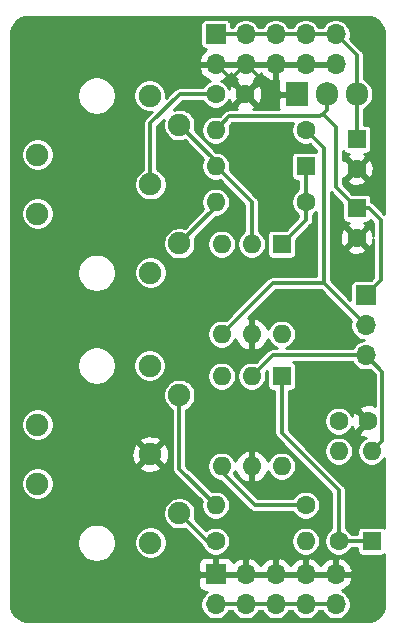
<source format=gbr>
%TF.GenerationSoftware,KiCad,Pcbnew,(5.1.6-0-10_14)*%
%TF.CreationDate,2020-08-30T21:53:01-07:00*%
%TF.ProjectId,bbf-midi,6262662d-6d69-4646-992e-6b696361645f,rev?*%
%TF.SameCoordinates,Original*%
%TF.FileFunction,Copper,L2,Bot*%
%TF.FilePolarity,Positive*%
%FSLAX46Y46*%
G04 Gerber Fmt 4.6, Leading zero omitted, Abs format (unit mm)*
G04 Created by KiCad (PCBNEW (5.1.6-0-10_14)) date 2020-08-30 21:53:01*
%MOMM*%
%LPD*%
G01*
G04 APERTURE LIST*
%TA.AperFunction,ComponentPad*%
%ADD10C,1.600000*%
%TD*%
%TA.AperFunction,ComponentPad*%
%ADD11R,1.600000X1.600000*%
%TD*%
%TA.AperFunction,ComponentPad*%
%ADD12O,1.600000X1.600000*%
%TD*%
%TA.AperFunction,ComponentPad*%
%ADD13R,1.700000X1.700000*%
%TD*%
%TA.AperFunction,ComponentPad*%
%ADD14O,1.700000X1.700000*%
%TD*%
%TA.AperFunction,ComponentPad*%
%ADD15C,1.900000*%
%TD*%
%TA.AperFunction,ComponentPad*%
%ADD16R,1.905000X2.000000*%
%TD*%
%TA.AperFunction,ComponentPad*%
%ADD17O,1.905000X2.000000*%
%TD*%
%TA.AperFunction,Conductor*%
%ADD18C,0.350000*%
%TD*%
%TA.AperFunction,Conductor*%
%ADD19C,0.254000*%
%TD*%
G04 APERTURE END LIST*
D10*
%TO.P,C3,2*%
%TO.N,GND*%
X155154000Y-121666000D03*
%TO.P,C3,1*%
%TO.N,VCC*%
X152654000Y-121666000D03*
%TD*%
%TO.P,C4,1*%
%TO.N,Net-(C4-Pad1)*%
X142240000Y-93980000D03*
%TO.P,C4,2*%
%TO.N,GND*%
X144740000Y-93980000D03*
%TD*%
D11*
%TO.P,D1,1*%
%TO.N,Net-(D1-Pad1)*%
X149860000Y-100076000D03*
D12*
%TO.P,D1,2*%
%TO.N,Net-(D1-Pad2)*%
X142240000Y-100076000D03*
%TD*%
D13*
%TO.P,J1,1*%
%TO.N,+12V*%
X142240000Y-88900000D03*
D14*
%TO.P,J1,2*%
%TO.N,GND*%
X142240000Y-91440000D03*
%TO.P,J1,3*%
%TO.N,+12V*%
X144780000Y-88900000D03*
%TO.P,J1,4*%
%TO.N,GND*%
X144780000Y-91440000D03*
%TO.P,J1,5*%
%TO.N,+12V*%
X147320000Y-88900000D03*
%TO.P,J1,6*%
%TO.N,GND*%
X147320000Y-91440000D03*
%TO.P,J1,7*%
%TO.N,+12V*%
X149860000Y-88900000D03*
%TO.P,J1,8*%
%TO.N,GND*%
X149860000Y-91440000D03*
%TO.P,J1,9*%
%TO.N,+12V*%
X152400000Y-88900000D03*
%TO.P,J1,10*%
%TO.N,GND*%
X152400000Y-91440000D03*
%TD*%
%TO.P,J2,10*%
%TO.N,-12V*%
X152400000Y-137160000D03*
%TO.P,J2,9*%
%TO.N,GND*%
X152400000Y-134620000D03*
%TO.P,J2,8*%
%TO.N,-12V*%
X149860000Y-137160000D03*
%TO.P,J2,7*%
%TO.N,GND*%
X149860000Y-134620000D03*
%TO.P,J2,6*%
%TO.N,-12V*%
X147320000Y-137160000D03*
%TO.P,J2,5*%
%TO.N,GND*%
X147320000Y-134620000D03*
%TO.P,J2,4*%
%TO.N,-12V*%
X144780000Y-137160000D03*
%TO.P,J2,3*%
%TO.N,GND*%
X144780000Y-134620000D03*
%TO.P,J2,2*%
%TO.N,-12V*%
X142240000Y-137160000D03*
D13*
%TO.P,J2,1*%
%TO.N,GND*%
X142240000Y-134620000D03*
%TD*%
D15*
%TO.P,J3,1*%
%TO.N,N/C*%
X136710000Y-109100000D03*
%TO.P,J3,4*%
%TO.N,Net-(J3-Pad4)*%
X139160000Y-106600000D03*
%TO.P,J3,2*%
%TO.N,Net-(C4-Pad1)*%
X136710000Y-101600000D03*
%TO.P,J3,5*%
%TO.N,Net-(D1-Pad2)*%
X139160000Y-96600000D03*
%TO.P,J3,3*%
%TO.N,N/C*%
X136660000Y-94100000D03*
%TO.P,J3,S*%
X127160000Y-99100000D03*
X127160000Y-104100000D03*
%TD*%
%TO.P,J4,S*%
%TO.N,N/C*%
X127160000Y-126960000D03*
X127160000Y-121960000D03*
%TO.P,J4,3*%
X136660000Y-116960000D03*
%TO.P,J4,5*%
%TO.N,Net-(J4-Pad5)*%
X139160000Y-119460000D03*
%TO.P,J4,2*%
%TO.N,GND*%
X136710000Y-124460000D03*
%TO.P,J4,4*%
%TO.N,Net-(J4-Pad4)*%
X139160000Y-129460000D03*
%TO.P,J4,1*%
%TO.N,N/C*%
X136710000Y-131960000D03*
%TD*%
D13*
%TO.P,J5,1*%
%TO.N,VCC*%
X154940000Y-110998000D03*
D14*
%TO.P,J5,2*%
%TO.N,Net-(J5-Pad2)*%
X154940000Y-113538000D03*
%TO.P,J5,3*%
%TO.N,Net-(D2-Pad2)*%
X154940000Y-116078000D03*
%TD*%
D10*
%TO.P,R1,1*%
%TO.N,Net-(R1-Pad1)*%
X149860000Y-128778000D03*
D12*
%TO.P,R1,2*%
%TO.N,Net-(J4-Pad5)*%
X142240000Y-128778000D03*
%TD*%
D10*
%TO.P,R2,1*%
%TO.N,Net-(D1-Pad1)*%
X149860000Y-103124000D03*
D12*
%TO.P,R2,2*%
%TO.N,Net-(J3-Pad4)*%
X142240000Y-103124000D03*
%TD*%
%TO.P,R3,2*%
%TO.N,VCC*%
X149860000Y-131826000D03*
D10*
%TO.P,R3,1*%
%TO.N,Net-(J4-Pad4)*%
X142240000Y-131826000D03*
%TD*%
%TO.P,R5,1*%
%TO.N,Net-(J5-Pad2)*%
X149860000Y-97028000D03*
D12*
%TO.P,R5,2*%
%TO.N,VCC*%
X142240000Y-97028000D03*
%TD*%
D16*
%TO.P,U1,1*%
%TO.N,GND*%
X149098000Y-93980000D03*
D17*
%TO.P,U1,2*%
%TO.N,VCC*%
X151638000Y-93980000D03*
%TO.P,U1,3*%
%TO.N,+12V*%
X154178000Y-93980000D03*
%TD*%
D11*
%TO.P,U2,1*%
%TO.N,Net-(D1-Pad1)*%
X147828000Y-106680000D03*
D12*
%TO.P,U2,4*%
%TO.N,Net-(J5-Pad2)*%
X142748000Y-114300000D03*
%TO.P,U2,2*%
%TO.N,Net-(D1-Pad2)*%
X145288000Y-106680000D03*
%TO.P,U2,5*%
%TO.N,GND*%
X145288000Y-114300000D03*
%TO.P,U2,3*%
%TO.N,N/C*%
X142748000Y-106680000D03*
%TO.P,U2,6*%
%TO.N,VCC*%
X147828000Y-114300000D03*
%TD*%
D11*
%TO.P,C1,1*%
%TO.N,+12V*%
X154178000Y-97790000D03*
D10*
%TO.P,C1,2*%
%TO.N,GND*%
X154178000Y-100290000D03*
%TD*%
%TO.P,C2,2*%
%TO.N,GND*%
X154178000Y-106132000D03*
D11*
%TO.P,C2,1*%
%TO.N,VCC*%
X154178000Y-103632000D03*
%TD*%
%TO.P,D2,1*%
%TO.N,Net-(D2-Pad1)*%
X155448000Y-131826000D03*
D12*
%TO.P,D2,2*%
%TO.N,Net-(D2-Pad2)*%
X155448000Y-124206000D03*
%TD*%
D10*
%TO.P,R4,1*%
%TO.N,Net-(D2-Pad1)*%
X152654000Y-131826000D03*
D12*
%TO.P,R4,2*%
%TO.N,VCC*%
X152654000Y-124206000D03*
%TD*%
D11*
%TO.P,U3,1*%
%TO.N,Net-(D2-Pad1)*%
X147828000Y-117856000D03*
D12*
%TO.P,U3,4*%
%TO.N,Net-(R1-Pad1)*%
X142748000Y-125476000D03*
%TO.P,U3,2*%
%TO.N,Net-(D2-Pad2)*%
X145288000Y-117856000D03*
%TO.P,U3,5*%
%TO.N,GND*%
X145288000Y-125476000D03*
%TO.P,U3,3*%
%TO.N,N/C*%
X142748000Y-117856000D03*
%TO.P,U3,6*%
%TO.N,VCC*%
X147828000Y-125476000D03*
%TD*%
D18*
%TO.N,+12V*%
X142240000Y-88900000D02*
X152400000Y-88900000D01*
X154178000Y-90678000D02*
X152400000Y-88900000D01*
X154178000Y-93980000D02*
X154178000Y-90678000D01*
X154178000Y-93980000D02*
X154178000Y-97790000D01*
%TO.N,GND*%
X142240000Y-91440000D02*
X143510000Y-92710000D01*
X143510000Y-92710000D02*
X144780000Y-91440000D01*
X144780000Y-91440000D02*
X146050000Y-92710000D01*
%TO.N,VCC*%
X143415001Y-95852999D02*
X142240000Y-97028000D01*
X151115001Y-95852999D02*
X143415001Y-95852999D01*
X151638000Y-93980000D02*
X151638000Y-95330000D01*
X152400000Y-96774000D02*
X151297000Y-95671000D01*
X152400000Y-101854000D02*
X152400000Y-96774000D01*
X154178000Y-103632000D02*
X152400000Y-101854000D01*
X151297000Y-95671000D02*
X151115001Y-95852999D01*
X151638000Y-95330000D02*
X151297000Y-95671000D01*
X156210000Y-109728000D02*
X154940000Y-110998000D01*
X156210000Y-104648000D02*
X156210000Y-109728000D01*
X155194000Y-103632000D02*
X156210000Y-104648000D01*
X154178000Y-103632000D02*
X155194000Y-103632000D01*
%TO.N,Net-(C4-Pad1)*%
X139192000Y-93980000D02*
X142240000Y-93980000D01*
X136710000Y-96462000D02*
X139192000Y-93980000D01*
X136710000Y-101600000D02*
X136710000Y-96462000D01*
%TO.N,Net-(D1-Pad1)*%
X149860000Y-100076000D02*
X149860000Y-103124000D01*
X149860000Y-104648000D02*
X147828000Y-106680000D01*
X149860000Y-103124000D02*
X149860000Y-104648000D01*
%TO.N,Net-(D1-Pad2)*%
X142240000Y-99680000D02*
X142240000Y-100076000D01*
X139160000Y-96600000D02*
X142240000Y-99680000D01*
X145288000Y-103124000D02*
X145288000Y-106680000D01*
X142240000Y-100076000D02*
X145288000Y-103124000D01*
%TO.N,-12V*%
X142240000Y-137160000D02*
X152400000Y-137160000D01*
%TO.N,Net-(J3-Pad4)*%
X142240000Y-103520000D02*
X142240000Y-103124000D01*
X139160000Y-106600000D02*
X142240000Y-103520000D01*
%TO.N,Net-(J4-Pad5)*%
X139160000Y-125698000D02*
X142240000Y-128778000D01*
X139160000Y-119460000D02*
X139160000Y-125698000D01*
%TO.N,Net-(J4-Pad4)*%
X141526000Y-131826000D02*
X142240000Y-131826000D01*
X139160000Y-129460000D02*
X141526000Y-131826000D01*
%TO.N,Net-(J5-Pad2)*%
X151384000Y-109982000D02*
X154940000Y-113538000D01*
X151384000Y-98552000D02*
X151384000Y-109982000D01*
X149860000Y-97028000D02*
X151384000Y-98552000D01*
X147066000Y-109982000D02*
X151384000Y-109982000D01*
X142748000Y-114300000D02*
X147066000Y-109982000D01*
%TO.N,Net-(D2-Pad1)*%
X155448000Y-131826000D02*
X152654000Y-131826000D01*
X152654000Y-131826000D02*
X152654000Y-127508000D01*
X147828000Y-122682000D02*
X147828000Y-117856000D01*
X152654000Y-127508000D02*
X147828000Y-122682000D01*
%TO.N,Net-(D2-Pad2)*%
X156329001Y-123324999D02*
X155448000Y-124206000D01*
X156329001Y-117467001D02*
X156329001Y-123324999D01*
X154940000Y-116078000D02*
X156329001Y-117467001D01*
X147066000Y-116078000D02*
X145288000Y-117856000D01*
X154940000Y-116078000D02*
X147066000Y-116078000D01*
%TO.N,Net-(R1-Pad1)*%
X145542000Y-128778000D02*
X149860000Y-128778000D01*
X142748000Y-125984000D02*
X145542000Y-128778000D01*
X142748000Y-125476000D02*
X142748000Y-125984000D01*
%TD*%
D19*
%TO.N,GND*%
G36*
X155348803Y-87476798D02*
G01*
X155619869Y-87558639D01*
X155869878Y-87691571D01*
X156089305Y-87870531D01*
X156269796Y-88088707D01*
X156404469Y-88337780D01*
X156488200Y-88608271D01*
X156520001Y-88910838D01*
X156520001Y-104106645D01*
X155640589Y-103227234D01*
X155621737Y-103204263D01*
X155530071Y-103129034D01*
X155425490Y-103073134D01*
X155407066Y-103067545D01*
X155407066Y-102832000D01*
X155398822Y-102748293D01*
X155374405Y-102667804D01*
X155334755Y-102593624D01*
X155281395Y-102528605D01*
X155216376Y-102475245D01*
X155142196Y-102435595D01*
X155061707Y-102411178D01*
X154978000Y-102402934D01*
X153800290Y-102402934D01*
X153002000Y-101604645D01*
X153002000Y-101282702D01*
X153364903Y-101282702D01*
X153436486Y-101526671D01*
X153691996Y-101647571D01*
X153966184Y-101716300D01*
X154248512Y-101730217D01*
X154528130Y-101688787D01*
X154794292Y-101593603D01*
X154919514Y-101526671D01*
X154991097Y-101282702D01*
X154178000Y-100469605D01*
X153364903Y-101282702D01*
X153002000Y-101282702D01*
X153002000Y-101049315D01*
X153185298Y-101103097D01*
X153998395Y-100290000D01*
X154357605Y-100290000D01*
X155170702Y-101103097D01*
X155414671Y-101031514D01*
X155535571Y-100776004D01*
X155604300Y-100501816D01*
X155618217Y-100219488D01*
X155576787Y-99939870D01*
X155481603Y-99673708D01*
X155414671Y-99548486D01*
X155170702Y-99476903D01*
X154357605Y-100290000D01*
X153998395Y-100290000D01*
X153185298Y-99476903D01*
X153002000Y-99530685D01*
X153002000Y-98792371D01*
X153021245Y-98828376D01*
X153074605Y-98893395D01*
X153139624Y-98946755D01*
X153213804Y-98986405D01*
X153294293Y-99010822D01*
X153378000Y-99019066D01*
X153500588Y-99019066D01*
X153436486Y-99053329D01*
X153364903Y-99297298D01*
X154178000Y-100110395D01*
X154991097Y-99297298D01*
X154919514Y-99053329D01*
X154847103Y-99019066D01*
X154978000Y-99019066D01*
X155061707Y-99010822D01*
X155142196Y-98986405D01*
X155216376Y-98946755D01*
X155281395Y-98893395D01*
X155334755Y-98828376D01*
X155374405Y-98754196D01*
X155398822Y-98673707D01*
X155407066Y-98590000D01*
X155407066Y-96990000D01*
X155398822Y-96906293D01*
X155374405Y-96825804D01*
X155334755Y-96751624D01*
X155281395Y-96686605D01*
X155216376Y-96633245D01*
X155142196Y-96593595D01*
X155061707Y-96569178D01*
X154978000Y-96560934D01*
X154780000Y-96560934D01*
X154780000Y-95269922D01*
X154948117Y-95180062D01*
X155158173Y-95007673D01*
X155330562Y-94797616D01*
X155458658Y-94557965D01*
X155537539Y-94297928D01*
X155557500Y-94095261D01*
X155557500Y-93864738D01*
X155537539Y-93662071D01*
X155458658Y-93402034D01*
X155330562Y-93162383D01*
X155158172Y-92952327D01*
X154948116Y-92779938D01*
X154780000Y-92690078D01*
X154780000Y-90707556D01*
X154782911Y-90678000D01*
X154780000Y-90648443D01*
X154780000Y-90648434D01*
X154771289Y-90559988D01*
X154736866Y-90446510D01*
X154680966Y-90341929D01*
X154605737Y-90250263D01*
X154582772Y-90231416D01*
X153626730Y-89275375D01*
X153627926Y-89272487D01*
X153677000Y-89025774D01*
X153677000Y-88774226D01*
X153627926Y-88527513D01*
X153531663Y-88295114D01*
X153391911Y-88085960D01*
X153214040Y-87908089D01*
X153004886Y-87768337D01*
X152772487Y-87672074D01*
X152525774Y-87623000D01*
X152274226Y-87623000D01*
X152027513Y-87672074D01*
X151795114Y-87768337D01*
X151585960Y-87908089D01*
X151408089Y-88085960D01*
X151268337Y-88295114D01*
X151267142Y-88298000D01*
X150992858Y-88298000D01*
X150991663Y-88295114D01*
X150851911Y-88085960D01*
X150674040Y-87908089D01*
X150464886Y-87768337D01*
X150232487Y-87672074D01*
X149985774Y-87623000D01*
X149734226Y-87623000D01*
X149487513Y-87672074D01*
X149255114Y-87768337D01*
X149045960Y-87908089D01*
X148868089Y-88085960D01*
X148728337Y-88295114D01*
X148727142Y-88298000D01*
X148452858Y-88298000D01*
X148451663Y-88295114D01*
X148311911Y-88085960D01*
X148134040Y-87908089D01*
X147924886Y-87768337D01*
X147692487Y-87672074D01*
X147445774Y-87623000D01*
X147194226Y-87623000D01*
X146947513Y-87672074D01*
X146715114Y-87768337D01*
X146505960Y-87908089D01*
X146328089Y-88085960D01*
X146188337Y-88295114D01*
X146187142Y-88298000D01*
X145912858Y-88298000D01*
X145911663Y-88295114D01*
X145771911Y-88085960D01*
X145594040Y-87908089D01*
X145384886Y-87768337D01*
X145152487Y-87672074D01*
X144905774Y-87623000D01*
X144654226Y-87623000D01*
X144407513Y-87672074D01*
X144175114Y-87768337D01*
X143965960Y-87908089D01*
X143788089Y-88085960D01*
X143648337Y-88295114D01*
X143647142Y-88298000D01*
X143519066Y-88298000D01*
X143519066Y-88050000D01*
X143510822Y-87966293D01*
X143486405Y-87885804D01*
X143446755Y-87811624D01*
X143393395Y-87746605D01*
X143328376Y-87693245D01*
X143254196Y-87653595D01*
X143173707Y-87629178D01*
X143090000Y-87620934D01*
X141390000Y-87620934D01*
X141306293Y-87629178D01*
X141225804Y-87653595D01*
X141151624Y-87693245D01*
X141086605Y-87746605D01*
X141033245Y-87811624D01*
X140993595Y-87885804D01*
X140969178Y-87966293D01*
X140960934Y-88050000D01*
X140960934Y-89750000D01*
X140969178Y-89833707D01*
X140993595Y-89914196D01*
X141033245Y-89988376D01*
X141086605Y-90053395D01*
X141151624Y-90106755D01*
X141225804Y-90146405D01*
X141306293Y-90170822D01*
X141390000Y-90179066D01*
X141458725Y-90179066D01*
X141239731Y-90342412D01*
X141044822Y-90558645D01*
X140895843Y-90808748D01*
X140798519Y-91083109D01*
X140919186Y-91313000D01*
X142113000Y-91313000D01*
X142113000Y-91293000D01*
X142367000Y-91293000D01*
X142367000Y-91313000D01*
X144653000Y-91313000D01*
X144653000Y-91293000D01*
X144907000Y-91293000D01*
X144907000Y-91313000D01*
X147193000Y-91313000D01*
X147193000Y-91293000D01*
X147447000Y-91293000D01*
X147447000Y-91313000D01*
X149733000Y-91313000D01*
X149733000Y-91293000D01*
X149987000Y-91293000D01*
X149987000Y-91313000D01*
X152273000Y-91313000D01*
X152273000Y-91293000D01*
X152527000Y-91293000D01*
X152527000Y-91313000D01*
X152547000Y-91313000D01*
X152547000Y-91567000D01*
X152527000Y-91567000D01*
X152527000Y-91587000D01*
X152273000Y-91587000D01*
X152273000Y-91567000D01*
X149987000Y-91567000D01*
X149987000Y-91587000D01*
X149733000Y-91587000D01*
X149733000Y-91567000D01*
X147447000Y-91567000D01*
X147447000Y-92760155D01*
X147534594Y-92806381D01*
X147519688Y-92855518D01*
X147507428Y-92980000D01*
X147510500Y-93694250D01*
X147669250Y-93853000D01*
X148971000Y-93853000D01*
X148971000Y-93833000D01*
X149225000Y-93833000D01*
X149225000Y-93853000D01*
X149245000Y-93853000D01*
X149245000Y-94107000D01*
X149225000Y-94107000D01*
X149225000Y-94127000D01*
X148971000Y-94127000D01*
X148971000Y-94107000D01*
X147669250Y-94107000D01*
X147510500Y-94265750D01*
X147507428Y-94980000D01*
X147519688Y-95104482D01*
X147555998Y-95224180D01*
X147570333Y-95250999D01*
X145417290Y-95250999D01*
X145481514Y-95216671D01*
X145553097Y-94972702D01*
X144740000Y-94159605D01*
X143926903Y-94972702D01*
X143998486Y-95216671D01*
X144071035Y-95250999D01*
X143444557Y-95250999D01*
X143415000Y-95248088D01*
X143385444Y-95250999D01*
X143385435Y-95250999D01*
X143296989Y-95259710D01*
X143183511Y-95294133D01*
X143078930Y-95350033D01*
X143078928Y-95350034D01*
X143078929Y-95350034D01*
X143010228Y-95406415D01*
X143010224Y-95406419D01*
X142987264Y-95425262D01*
X142968421Y-95448222D01*
X142573371Y-95843273D01*
X142360849Y-95801000D01*
X142119151Y-95801000D01*
X141882097Y-95848153D01*
X141658798Y-95940647D01*
X141457833Y-96074927D01*
X141286927Y-96245833D01*
X141152647Y-96446798D01*
X141060153Y-96670097D01*
X141013000Y-96907151D01*
X141013000Y-97148849D01*
X141060153Y-97385903D01*
X141152647Y-97609202D01*
X141286927Y-97810167D01*
X141457833Y-97981073D01*
X141658798Y-98115353D01*
X141882097Y-98207847D01*
X142119151Y-98255000D01*
X142360849Y-98255000D01*
X142597903Y-98207847D01*
X142821202Y-98115353D01*
X143022167Y-97981073D01*
X143193073Y-97810167D01*
X143327353Y-97609202D01*
X143419847Y-97385903D01*
X143467000Y-97148849D01*
X143467000Y-96907151D01*
X143424727Y-96694629D01*
X143664358Y-96454999D01*
X148769250Y-96454999D01*
X148680153Y-96670097D01*
X148633000Y-96907151D01*
X148633000Y-97148849D01*
X148680153Y-97385903D01*
X148772647Y-97609202D01*
X148906927Y-97810167D01*
X149077833Y-97981073D01*
X149278798Y-98115353D01*
X149502097Y-98207847D01*
X149739151Y-98255000D01*
X149980849Y-98255000D01*
X150193371Y-98212727D01*
X150782000Y-98801357D01*
X150782000Y-98866795D01*
X150743707Y-98855178D01*
X150660000Y-98846934D01*
X149060000Y-98846934D01*
X148976293Y-98855178D01*
X148895804Y-98879595D01*
X148821624Y-98919245D01*
X148756605Y-98972605D01*
X148703245Y-99037624D01*
X148663595Y-99111804D01*
X148639178Y-99192293D01*
X148630934Y-99276000D01*
X148630934Y-100876000D01*
X148639178Y-100959707D01*
X148663595Y-101040196D01*
X148703245Y-101114376D01*
X148756605Y-101179395D01*
X148821624Y-101232755D01*
X148895804Y-101272405D01*
X148976293Y-101296822D01*
X149060000Y-101305066D01*
X149258000Y-101305066D01*
X149258001Y-102050543D01*
X149077833Y-102170927D01*
X148906927Y-102341833D01*
X148772647Y-102542798D01*
X148680153Y-102766097D01*
X148633000Y-103003151D01*
X148633000Y-103244849D01*
X148680153Y-103481903D01*
X148772647Y-103705202D01*
X148906927Y-103906167D01*
X149077833Y-104077073D01*
X149258001Y-104197457D01*
X149258001Y-104398643D01*
X148205711Y-105450934D01*
X147028000Y-105450934D01*
X146944293Y-105459178D01*
X146863804Y-105483595D01*
X146789624Y-105523245D01*
X146724605Y-105576605D01*
X146671245Y-105641624D01*
X146631595Y-105715804D01*
X146607178Y-105796293D01*
X146598934Y-105880000D01*
X146598934Y-107480000D01*
X146607178Y-107563707D01*
X146631595Y-107644196D01*
X146671245Y-107718376D01*
X146724605Y-107783395D01*
X146789624Y-107836755D01*
X146863804Y-107876405D01*
X146944293Y-107900822D01*
X147028000Y-107909066D01*
X148628000Y-107909066D01*
X148711707Y-107900822D01*
X148792196Y-107876405D01*
X148866376Y-107836755D01*
X148931395Y-107783395D01*
X148984755Y-107718376D01*
X149024405Y-107644196D01*
X149048822Y-107563707D01*
X149057066Y-107480000D01*
X149057066Y-106302289D01*
X150264772Y-105094584D01*
X150287737Y-105075737D01*
X150362966Y-104984071D01*
X150418866Y-104879490D01*
X150453289Y-104766012D01*
X150462000Y-104677566D01*
X150462000Y-104677557D01*
X150464911Y-104648000D01*
X150462000Y-104618444D01*
X150462000Y-104197456D01*
X150642167Y-104077073D01*
X150782000Y-103937240D01*
X150782001Y-109380000D01*
X147095556Y-109380000D01*
X147065999Y-109377089D01*
X147036443Y-109380000D01*
X147036434Y-109380000D01*
X146947988Y-109388711D01*
X146834510Y-109423134D01*
X146729929Y-109479034D01*
X146729927Y-109479035D01*
X146729928Y-109479035D01*
X146661227Y-109535416D01*
X146661223Y-109535420D01*
X146638263Y-109554263D01*
X146619420Y-109577223D01*
X143081371Y-113115273D01*
X142868849Y-113073000D01*
X142627151Y-113073000D01*
X142390097Y-113120153D01*
X142166798Y-113212647D01*
X141965833Y-113346927D01*
X141794927Y-113517833D01*
X141660647Y-113718798D01*
X141568153Y-113942097D01*
X141521000Y-114179151D01*
X141521000Y-114420849D01*
X141568153Y-114657903D01*
X141660647Y-114881202D01*
X141794927Y-115082167D01*
X141965833Y-115253073D01*
X142166798Y-115387353D01*
X142390097Y-115479847D01*
X142627151Y-115527000D01*
X142868849Y-115527000D01*
X143105903Y-115479847D01*
X143329202Y-115387353D01*
X143530167Y-115253073D01*
X143701073Y-115082167D01*
X143835353Y-114881202D01*
X143912517Y-114694912D01*
X143990930Y-114913881D01*
X144135615Y-115155131D01*
X144324586Y-115363519D01*
X144550580Y-115531037D01*
X144804913Y-115651246D01*
X144938961Y-115691904D01*
X145161000Y-115569915D01*
X145161000Y-114427000D01*
X145141000Y-114427000D01*
X145141000Y-114173000D01*
X145161000Y-114173000D01*
X145161000Y-113030085D01*
X144972715Y-112926641D01*
X147315357Y-110584000D01*
X151134645Y-110584000D01*
X153713270Y-113162626D01*
X153712074Y-113165513D01*
X153663000Y-113412226D01*
X153663000Y-113663774D01*
X153712074Y-113910487D01*
X153808337Y-114142886D01*
X153948089Y-114352040D01*
X154125960Y-114529911D01*
X154335114Y-114669663D01*
X154567513Y-114765926D01*
X154779034Y-114808000D01*
X154567513Y-114850074D01*
X154335114Y-114946337D01*
X154125960Y-115086089D01*
X153948089Y-115263960D01*
X153808337Y-115473114D01*
X153807142Y-115476000D01*
X148195190Y-115476000D01*
X148409202Y-115387353D01*
X148610167Y-115253073D01*
X148781073Y-115082167D01*
X148915353Y-114881202D01*
X149007847Y-114657903D01*
X149055000Y-114420849D01*
X149055000Y-114179151D01*
X149007847Y-113942097D01*
X148915353Y-113718798D01*
X148781073Y-113517833D01*
X148610167Y-113346927D01*
X148409202Y-113212647D01*
X148185903Y-113120153D01*
X147948849Y-113073000D01*
X147707151Y-113073000D01*
X147470097Y-113120153D01*
X147246798Y-113212647D01*
X147045833Y-113346927D01*
X146874927Y-113517833D01*
X146740647Y-113718798D01*
X146663483Y-113905088D01*
X146585070Y-113686119D01*
X146440385Y-113444869D01*
X146251414Y-113236481D01*
X146025420Y-113068963D01*
X145771087Y-112948754D01*
X145637039Y-112908096D01*
X145415000Y-113030085D01*
X145415000Y-114173000D01*
X145435000Y-114173000D01*
X145435000Y-114427000D01*
X145415000Y-114427000D01*
X145415000Y-115569915D01*
X145637039Y-115691904D01*
X145771087Y-115651246D01*
X146025420Y-115531037D01*
X146251414Y-115363519D01*
X146440385Y-115155131D01*
X146585070Y-114913881D01*
X146663483Y-114694912D01*
X146740647Y-114881202D01*
X146874927Y-115082167D01*
X147045833Y-115253073D01*
X147246798Y-115387353D01*
X147460810Y-115476000D01*
X147095556Y-115476000D01*
X147066000Y-115473089D01*
X147036443Y-115476000D01*
X147036434Y-115476000D01*
X146947988Y-115484711D01*
X146834510Y-115519134D01*
X146729929Y-115575034D01*
X146638263Y-115650263D01*
X146619416Y-115673228D01*
X145621371Y-116671273D01*
X145408849Y-116629000D01*
X145167151Y-116629000D01*
X144930097Y-116676153D01*
X144706798Y-116768647D01*
X144505833Y-116902927D01*
X144334927Y-117073833D01*
X144200647Y-117274798D01*
X144108153Y-117498097D01*
X144061000Y-117735151D01*
X144061000Y-117976849D01*
X144108153Y-118213903D01*
X144200647Y-118437202D01*
X144334927Y-118638167D01*
X144505833Y-118809073D01*
X144706798Y-118943353D01*
X144930097Y-119035847D01*
X145167151Y-119083000D01*
X145408849Y-119083000D01*
X145645903Y-119035847D01*
X145869202Y-118943353D01*
X146070167Y-118809073D01*
X146241073Y-118638167D01*
X146375353Y-118437202D01*
X146467847Y-118213903D01*
X146515000Y-117976849D01*
X146515000Y-117735151D01*
X146472727Y-117522629D01*
X146598934Y-117396421D01*
X146598934Y-118656000D01*
X146607178Y-118739707D01*
X146631595Y-118820196D01*
X146671245Y-118894376D01*
X146724605Y-118959395D01*
X146789624Y-119012755D01*
X146863804Y-119052405D01*
X146944293Y-119076822D01*
X147028000Y-119085066D01*
X147226001Y-119085066D01*
X147226000Y-122652444D01*
X147223089Y-122682000D01*
X147226000Y-122711556D01*
X147226000Y-122711565D01*
X147234711Y-122800011D01*
X147269134Y-122913489D01*
X147325034Y-123018070D01*
X147400263Y-123109737D01*
X147423234Y-123128589D01*
X152052001Y-127757357D01*
X152052000Y-130752544D01*
X151871833Y-130872927D01*
X151700927Y-131043833D01*
X151566647Y-131244798D01*
X151474153Y-131468097D01*
X151427000Y-131705151D01*
X151427000Y-131946849D01*
X151474153Y-132183903D01*
X151566647Y-132407202D01*
X151700927Y-132608167D01*
X151871833Y-132779073D01*
X152072798Y-132913353D01*
X152296097Y-133005847D01*
X152533151Y-133053000D01*
X152774849Y-133053000D01*
X153011903Y-133005847D01*
X153235202Y-132913353D01*
X153436167Y-132779073D01*
X153607073Y-132608167D01*
X153727456Y-132428000D01*
X154218934Y-132428000D01*
X154218934Y-132626000D01*
X154227178Y-132709707D01*
X154251595Y-132790196D01*
X154291245Y-132864376D01*
X154344605Y-132929395D01*
X154409624Y-132982755D01*
X154483804Y-133022405D01*
X154564293Y-133046822D01*
X154648000Y-133055066D01*
X156248000Y-133055066D01*
X156331707Y-133046822D01*
X156412196Y-133022405D01*
X156486376Y-132982755D01*
X156520000Y-132955160D01*
X156520000Y-137137892D01*
X156490202Y-137441803D01*
X156408361Y-137712870D01*
X156275430Y-137962878D01*
X156096465Y-138182309D01*
X155878293Y-138362796D01*
X155629223Y-138497467D01*
X155358729Y-138581200D01*
X155056172Y-138613000D01*
X126387108Y-138613000D01*
X126083197Y-138583202D01*
X125812130Y-138501361D01*
X125562122Y-138368430D01*
X125342691Y-138189465D01*
X125162204Y-137971293D01*
X125027533Y-137722223D01*
X124943800Y-137451729D01*
X124912000Y-137149172D01*
X124912000Y-135470000D01*
X140751928Y-135470000D01*
X140764188Y-135594482D01*
X140800498Y-135714180D01*
X140859463Y-135824494D01*
X140938815Y-135921185D01*
X141035506Y-136000537D01*
X141145820Y-136059502D01*
X141265518Y-136095812D01*
X141390000Y-136108072D01*
X141516815Y-136107382D01*
X141425960Y-136168089D01*
X141248089Y-136345960D01*
X141108337Y-136555114D01*
X141012074Y-136787513D01*
X140963000Y-137034226D01*
X140963000Y-137285774D01*
X141012074Y-137532487D01*
X141108337Y-137764886D01*
X141248089Y-137974040D01*
X141425960Y-138151911D01*
X141635114Y-138291663D01*
X141867513Y-138387926D01*
X142114226Y-138437000D01*
X142365774Y-138437000D01*
X142612487Y-138387926D01*
X142844886Y-138291663D01*
X143054040Y-138151911D01*
X143231911Y-137974040D01*
X143371663Y-137764886D01*
X143372858Y-137762000D01*
X143647142Y-137762000D01*
X143648337Y-137764886D01*
X143788089Y-137974040D01*
X143965960Y-138151911D01*
X144175114Y-138291663D01*
X144407513Y-138387926D01*
X144654226Y-138437000D01*
X144905774Y-138437000D01*
X145152487Y-138387926D01*
X145384886Y-138291663D01*
X145594040Y-138151911D01*
X145771911Y-137974040D01*
X145911663Y-137764886D01*
X145912858Y-137762000D01*
X146187142Y-137762000D01*
X146188337Y-137764886D01*
X146328089Y-137974040D01*
X146505960Y-138151911D01*
X146715114Y-138291663D01*
X146947513Y-138387926D01*
X147194226Y-138437000D01*
X147445774Y-138437000D01*
X147692487Y-138387926D01*
X147924886Y-138291663D01*
X148134040Y-138151911D01*
X148311911Y-137974040D01*
X148451663Y-137764886D01*
X148452858Y-137762000D01*
X148727142Y-137762000D01*
X148728337Y-137764886D01*
X148868089Y-137974040D01*
X149045960Y-138151911D01*
X149255114Y-138291663D01*
X149487513Y-138387926D01*
X149734226Y-138437000D01*
X149985774Y-138437000D01*
X150232487Y-138387926D01*
X150464886Y-138291663D01*
X150674040Y-138151911D01*
X150851911Y-137974040D01*
X150991663Y-137764886D01*
X150992858Y-137762000D01*
X151267142Y-137762000D01*
X151268337Y-137764886D01*
X151408089Y-137974040D01*
X151585960Y-138151911D01*
X151795114Y-138291663D01*
X152027513Y-138387926D01*
X152274226Y-138437000D01*
X152525774Y-138437000D01*
X152772487Y-138387926D01*
X153004886Y-138291663D01*
X153214040Y-138151911D01*
X153391911Y-137974040D01*
X153531663Y-137764886D01*
X153627926Y-137532487D01*
X153677000Y-137285774D01*
X153677000Y-137034226D01*
X153627926Y-136787513D01*
X153531663Y-136555114D01*
X153391911Y-136345960D01*
X153214040Y-136168089D01*
X153004886Y-136028337D01*
X152938051Y-136000653D01*
X153166920Y-135891641D01*
X153400269Y-135717588D01*
X153595178Y-135501355D01*
X153744157Y-135251252D01*
X153841481Y-134976891D01*
X153720814Y-134747000D01*
X152527000Y-134747000D01*
X152527000Y-134767000D01*
X152273000Y-134767000D01*
X152273000Y-134747000D01*
X149987000Y-134747000D01*
X149987000Y-134767000D01*
X149733000Y-134767000D01*
X149733000Y-134747000D01*
X147447000Y-134747000D01*
X147447000Y-134767000D01*
X147193000Y-134767000D01*
X147193000Y-134747000D01*
X144907000Y-134747000D01*
X144907000Y-134767000D01*
X144653000Y-134767000D01*
X144653000Y-134747000D01*
X142367000Y-134747000D01*
X142367000Y-134767000D01*
X142113000Y-134767000D01*
X142113000Y-134747000D01*
X140913750Y-134747000D01*
X140755000Y-134905750D01*
X140751928Y-135470000D01*
X124912000Y-135470000D01*
X124912000Y-133770000D01*
X140751928Y-133770000D01*
X140755000Y-134334250D01*
X140913750Y-134493000D01*
X142113000Y-134493000D01*
X142113000Y-133293750D01*
X142367000Y-133293750D01*
X142367000Y-134493000D01*
X144653000Y-134493000D01*
X144653000Y-133299845D01*
X144907000Y-133299845D01*
X144907000Y-134493000D01*
X147193000Y-134493000D01*
X147193000Y-133299845D01*
X147447000Y-133299845D01*
X147447000Y-134493000D01*
X149733000Y-134493000D01*
X149733000Y-133299845D01*
X149987000Y-133299845D01*
X149987000Y-134493000D01*
X152273000Y-134493000D01*
X152273000Y-133299845D01*
X152527000Y-133299845D01*
X152527000Y-134493000D01*
X153720814Y-134493000D01*
X153841481Y-134263109D01*
X153744157Y-133988748D01*
X153595178Y-133738645D01*
X153400269Y-133522412D01*
X153166920Y-133348359D01*
X152904099Y-133223175D01*
X152756890Y-133178524D01*
X152527000Y-133299845D01*
X152273000Y-133299845D01*
X152043110Y-133178524D01*
X151895901Y-133223175D01*
X151633080Y-133348359D01*
X151399731Y-133522412D01*
X151204822Y-133738645D01*
X151130000Y-133864255D01*
X151055178Y-133738645D01*
X150860269Y-133522412D01*
X150626920Y-133348359D01*
X150364099Y-133223175D01*
X150216890Y-133178524D01*
X149987000Y-133299845D01*
X149733000Y-133299845D01*
X149503110Y-133178524D01*
X149355901Y-133223175D01*
X149093080Y-133348359D01*
X148859731Y-133522412D01*
X148664822Y-133738645D01*
X148590000Y-133864255D01*
X148515178Y-133738645D01*
X148320269Y-133522412D01*
X148086920Y-133348359D01*
X147824099Y-133223175D01*
X147676890Y-133178524D01*
X147447000Y-133299845D01*
X147193000Y-133299845D01*
X146963110Y-133178524D01*
X146815901Y-133223175D01*
X146553080Y-133348359D01*
X146319731Y-133522412D01*
X146124822Y-133738645D01*
X146050000Y-133864255D01*
X145975178Y-133738645D01*
X145780269Y-133522412D01*
X145546920Y-133348359D01*
X145284099Y-133223175D01*
X145136890Y-133178524D01*
X144907000Y-133299845D01*
X144653000Y-133299845D01*
X144423110Y-133178524D01*
X144275901Y-133223175D01*
X144013080Y-133348359D01*
X143779731Y-133522412D01*
X143703966Y-133606466D01*
X143679502Y-133525820D01*
X143620537Y-133415506D01*
X143541185Y-133318815D01*
X143444494Y-133239463D01*
X143334180Y-133180498D01*
X143214482Y-133144188D01*
X143090000Y-133131928D01*
X142525750Y-133135000D01*
X142367000Y-133293750D01*
X142113000Y-133293750D01*
X141954250Y-133135000D01*
X141390000Y-133131928D01*
X141265518Y-133144188D01*
X141145820Y-133180498D01*
X141035506Y-133239463D01*
X140938815Y-133318815D01*
X140859463Y-133415506D01*
X140800498Y-133525820D01*
X140764188Y-133645518D01*
X140751928Y-133770000D01*
X124912000Y-133770000D01*
X124912000Y-131799755D01*
X130533000Y-131799755D01*
X130533000Y-132120245D01*
X130595525Y-132434578D01*
X130718172Y-132730673D01*
X130896227Y-132997152D01*
X131122848Y-133223773D01*
X131389327Y-133401828D01*
X131685422Y-133524475D01*
X131999755Y-133587000D01*
X132320245Y-133587000D01*
X132634578Y-133524475D01*
X132930673Y-133401828D01*
X133197152Y-133223773D01*
X133423773Y-132997152D01*
X133601828Y-132730673D01*
X133724475Y-132434578D01*
X133787000Y-132120245D01*
X133787000Y-131824377D01*
X135333000Y-131824377D01*
X135333000Y-132095623D01*
X135385917Y-132361656D01*
X135489718Y-132612254D01*
X135640414Y-132837787D01*
X135832213Y-133029586D01*
X136057746Y-133180282D01*
X136308344Y-133284083D01*
X136574377Y-133337000D01*
X136845623Y-133337000D01*
X137111656Y-133284083D01*
X137362254Y-133180282D01*
X137587787Y-133029586D01*
X137779586Y-132837787D01*
X137930282Y-132612254D01*
X138034083Y-132361656D01*
X138087000Y-132095623D01*
X138087000Y-131824377D01*
X138034083Y-131558344D01*
X137930282Y-131307746D01*
X137779586Y-131082213D01*
X137587787Y-130890414D01*
X137362254Y-130739718D01*
X137111656Y-130635917D01*
X136845623Y-130583000D01*
X136574377Y-130583000D01*
X136308344Y-130635917D01*
X136057746Y-130739718D01*
X135832213Y-130890414D01*
X135640414Y-131082213D01*
X135489718Y-131307746D01*
X135385917Y-131558344D01*
X135333000Y-131824377D01*
X133787000Y-131824377D01*
X133787000Y-131799755D01*
X133724475Y-131485422D01*
X133601828Y-131189327D01*
X133423773Y-130922848D01*
X133197152Y-130696227D01*
X132930673Y-130518172D01*
X132634578Y-130395525D01*
X132320245Y-130333000D01*
X131999755Y-130333000D01*
X131685422Y-130395525D01*
X131389327Y-130518172D01*
X131122848Y-130696227D01*
X130896227Y-130922848D01*
X130718172Y-131189327D01*
X130595525Y-131485422D01*
X130533000Y-131799755D01*
X124912000Y-131799755D01*
X124912000Y-129324377D01*
X137783000Y-129324377D01*
X137783000Y-129595623D01*
X137835917Y-129861656D01*
X137939718Y-130112254D01*
X138090414Y-130337787D01*
X138282213Y-130529586D01*
X138507746Y-130680282D01*
X138758344Y-130784083D01*
X139024377Y-130837000D01*
X139295623Y-130837000D01*
X139561656Y-130784083D01*
X139611911Y-130763267D01*
X141079420Y-132230777D01*
X141079721Y-132231143D01*
X141152647Y-132407202D01*
X141286927Y-132608167D01*
X141457833Y-132779073D01*
X141658798Y-132913353D01*
X141882097Y-133005847D01*
X142119151Y-133053000D01*
X142360849Y-133053000D01*
X142597903Y-133005847D01*
X142821202Y-132913353D01*
X143022167Y-132779073D01*
X143193073Y-132608167D01*
X143327353Y-132407202D01*
X143419847Y-132183903D01*
X143467000Y-131946849D01*
X143467000Y-131705151D01*
X148633000Y-131705151D01*
X148633000Y-131946849D01*
X148680153Y-132183903D01*
X148772647Y-132407202D01*
X148906927Y-132608167D01*
X149077833Y-132779073D01*
X149278798Y-132913353D01*
X149502097Y-133005847D01*
X149739151Y-133053000D01*
X149980849Y-133053000D01*
X150217903Y-133005847D01*
X150441202Y-132913353D01*
X150642167Y-132779073D01*
X150813073Y-132608167D01*
X150947353Y-132407202D01*
X151039847Y-132183903D01*
X151087000Y-131946849D01*
X151087000Y-131705151D01*
X151039847Y-131468097D01*
X150947353Y-131244798D01*
X150813073Y-131043833D01*
X150642167Y-130872927D01*
X150441202Y-130738647D01*
X150217903Y-130646153D01*
X149980849Y-130599000D01*
X149739151Y-130599000D01*
X149502097Y-130646153D01*
X149278798Y-130738647D01*
X149077833Y-130872927D01*
X148906927Y-131043833D01*
X148772647Y-131244798D01*
X148680153Y-131468097D01*
X148633000Y-131705151D01*
X143467000Y-131705151D01*
X143419847Y-131468097D01*
X143327353Y-131244798D01*
X143193073Y-131043833D01*
X143022167Y-130872927D01*
X142821202Y-130738647D01*
X142597903Y-130646153D01*
X142360849Y-130599000D01*
X142119151Y-130599000D01*
X141882097Y-130646153D01*
X141658798Y-130738647D01*
X141457833Y-130872927D01*
X141441058Y-130889702D01*
X140463267Y-129911911D01*
X140484083Y-129861656D01*
X140537000Y-129595623D01*
X140537000Y-129324377D01*
X140484083Y-129058344D01*
X140380282Y-128807746D01*
X140229586Y-128582213D01*
X140037787Y-128390414D01*
X139812254Y-128239718D01*
X139561656Y-128135917D01*
X139295623Y-128083000D01*
X139024377Y-128083000D01*
X138758344Y-128135917D01*
X138507746Y-128239718D01*
X138282213Y-128390414D01*
X138090414Y-128582213D01*
X137939718Y-128807746D01*
X137835917Y-129058344D01*
X137783000Y-129324377D01*
X124912000Y-129324377D01*
X124912000Y-126824377D01*
X125783000Y-126824377D01*
X125783000Y-127095623D01*
X125835917Y-127361656D01*
X125939718Y-127612254D01*
X126090414Y-127837787D01*
X126282213Y-128029586D01*
X126507746Y-128180282D01*
X126758344Y-128284083D01*
X127024377Y-128337000D01*
X127295623Y-128337000D01*
X127561656Y-128284083D01*
X127812254Y-128180282D01*
X128037787Y-128029586D01*
X128229586Y-127837787D01*
X128380282Y-127612254D01*
X128484083Y-127361656D01*
X128537000Y-127095623D01*
X128537000Y-126824377D01*
X128484083Y-126558344D01*
X128380282Y-126307746D01*
X128229586Y-126082213D01*
X128037787Y-125890414D01*
X127812254Y-125739718D01*
X127561656Y-125635917D01*
X127295623Y-125583000D01*
X127024377Y-125583000D01*
X126758344Y-125635917D01*
X126507746Y-125739718D01*
X126282213Y-125890414D01*
X126090414Y-126082213D01*
X125939718Y-126307746D01*
X125835917Y-126558344D01*
X125783000Y-126824377D01*
X124912000Y-126824377D01*
X124912000Y-125559752D01*
X135789853Y-125559752D01*
X135879579Y-125819042D01*
X136160671Y-125954935D01*
X136462873Y-126033379D01*
X136774573Y-126051359D01*
X137083791Y-126008184D01*
X137378644Y-125905513D01*
X137540421Y-125819042D01*
X137630147Y-125559752D01*
X136710000Y-124639605D01*
X135789853Y-125559752D01*
X124912000Y-125559752D01*
X124912000Y-124524573D01*
X135118641Y-124524573D01*
X135161816Y-124833791D01*
X135264487Y-125128644D01*
X135350958Y-125290421D01*
X135610248Y-125380147D01*
X136530395Y-124460000D01*
X136889605Y-124460000D01*
X137809752Y-125380147D01*
X138069042Y-125290421D01*
X138204935Y-125009329D01*
X138283379Y-124707127D01*
X138301359Y-124395427D01*
X138258184Y-124086209D01*
X138155513Y-123791356D01*
X138069042Y-123629579D01*
X137809752Y-123539853D01*
X136889605Y-124460000D01*
X136530395Y-124460000D01*
X135610248Y-123539853D01*
X135350958Y-123629579D01*
X135215065Y-123910671D01*
X135136621Y-124212873D01*
X135118641Y-124524573D01*
X124912000Y-124524573D01*
X124912000Y-123360248D01*
X135789853Y-123360248D01*
X136710000Y-124280395D01*
X137630147Y-123360248D01*
X137540421Y-123100958D01*
X137259329Y-122965065D01*
X136957127Y-122886621D01*
X136645427Y-122868641D01*
X136336209Y-122911816D01*
X136041356Y-123014487D01*
X135879579Y-123100958D01*
X135789853Y-123360248D01*
X124912000Y-123360248D01*
X124912000Y-121824377D01*
X125783000Y-121824377D01*
X125783000Y-122095623D01*
X125835917Y-122361656D01*
X125939718Y-122612254D01*
X126090414Y-122837787D01*
X126282213Y-123029586D01*
X126507746Y-123180282D01*
X126758344Y-123284083D01*
X127024377Y-123337000D01*
X127295623Y-123337000D01*
X127561656Y-123284083D01*
X127812254Y-123180282D01*
X128037787Y-123029586D01*
X128229586Y-122837787D01*
X128380282Y-122612254D01*
X128484083Y-122361656D01*
X128537000Y-122095623D01*
X128537000Y-121824377D01*
X128484083Y-121558344D01*
X128380282Y-121307746D01*
X128229586Y-121082213D01*
X128037787Y-120890414D01*
X127812254Y-120739718D01*
X127561656Y-120635917D01*
X127295623Y-120583000D01*
X127024377Y-120583000D01*
X126758344Y-120635917D01*
X126507746Y-120739718D01*
X126282213Y-120890414D01*
X126090414Y-121082213D01*
X125939718Y-121307746D01*
X125835917Y-121558344D01*
X125783000Y-121824377D01*
X124912000Y-121824377D01*
X124912000Y-119324377D01*
X137783000Y-119324377D01*
X137783000Y-119595623D01*
X137835917Y-119861656D01*
X137939718Y-120112254D01*
X138090414Y-120337787D01*
X138282213Y-120529586D01*
X138507746Y-120680282D01*
X138558000Y-120701098D01*
X138558001Y-125668434D01*
X138555089Y-125698000D01*
X138566712Y-125816012D01*
X138601134Y-125929489D01*
X138630271Y-125984000D01*
X138657035Y-126034071D01*
X138732264Y-126125737D01*
X138755229Y-126144584D01*
X141055273Y-128444629D01*
X141013000Y-128657151D01*
X141013000Y-128898849D01*
X141060153Y-129135903D01*
X141152647Y-129359202D01*
X141286927Y-129560167D01*
X141457833Y-129731073D01*
X141658798Y-129865353D01*
X141882097Y-129957847D01*
X142119151Y-130005000D01*
X142360849Y-130005000D01*
X142597903Y-129957847D01*
X142821202Y-129865353D01*
X143022167Y-129731073D01*
X143193073Y-129560167D01*
X143327353Y-129359202D01*
X143419847Y-129135903D01*
X143467000Y-128898849D01*
X143467000Y-128657151D01*
X143419847Y-128420097D01*
X143327353Y-128196798D01*
X143193073Y-127995833D01*
X143022167Y-127824927D01*
X142821202Y-127690647D01*
X142597903Y-127598153D01*
X142360849Y-127551000D01*
X142119151Y-127551000D01*
X141906629Y-127593273D01*
X139762000Y-125448645D01*
X139762000Y-125355151D01*
X141521000Y-125355151D01*
X141521000Y-125596849D01*
X141568153Y-125833903D01*
X141660647Y-126057202D01*
X141794927Y-126258167D01*
X141965833Y-126429073D01*
X142166798Y-126563353D01*
X142390097Y-126655847D01*
X142612788Y-126700143D01*
X145095416Y-129182772D01*
X145114263Y-129205737D01*
X145205929Y-129280966D01*
X145310510Y-129336866D01*
X145423988Y-129371289D01*
X145512434Y-129380000D01*
X145512443Y-129380000D01*
X145542000Y-129382911D01*
X145571556Y-129380000D01*
X148786544Y-129380000D01*
X148906927Y-129560167D01*
X149077833Y-129731073D01*
X149278798Y-129865353D01*
X149502097Y-129957847D01*
X149739151Y-130005000D01*
X149980849Y-130005000D01*
X150217903Y-129957847D01*
X150441202Y-129865353D01*
X150642167Y-129731073D01*
X150813073Y-129560167D01*
X150947353Y-129359202D01*
X151039847Y-129135903D01*
X151087000Y-128898849D01*
X151087000Y-128657151D01*
X151039847Y-128420097D01*
X150947353Y-128196798D01*
X150813073Y-127995833D01*
X150642167Y-127824927D01*
X150441202Y-127690647D01*
X150217903Y-127598153D01*
X149980849Y-127551000D01*
X149739151Y-127551000D01*
X149502097Y-127598153D01*
X149278798Y-127690647D01*
X149077833Y-127824927D01*
X148906927Y-127995833D01*
X148786544Y-128176000D01*
X145791356Y-128176000D01*
X143770146Y-126154791D01*
X143835353Y-126057202D01*
X143912517Y-125870912D01*
X143990930Y-126089881D01*
X144135615Y-126331131D01*
X144324586Y-126539519D01*
X144550580Y-126707037D01*
X144804913Y-126827246D01*
X144938961Y-126867904D01*
X145161000Y-126745915D01*
X145161000Y-125603000D01*
X145141000Y-125603000D01*
X145141000Y-125349000D01*
X145161000Y-125349000D01*
X145161000Y-124206085D01*
X145415000Y-124206085D01*
X145415000Y-125349000D01*
X145435000Y-125349000D01*
X145435000Y-125603000D01*
X145415000Y-125603000D01*
X145415000Y-126745915D01*
X145637039Y-126867904D01*
X145771087Y-126827246D01*
X146025420Y-126707037D01*
X146251414Y-126539519D01*
X146440385Y-126331131D01*
X146585070Y-126089881D01*
X146663483Y-125870912D01*
X146740647Y-126057202D01*
X146874927Y-126258167D01*
X147045833Y-126429073D01*
X147246798Y-126563353D01*
X147470097Y-126655847D01*
X147707151Y-126703000D01*
X147948849Y-126703000D01*
X148185903Y-126655847D01*
X148409202Y-126563353D01*
X148610167Y-126429073D01*
X148781073Y-126258167D01*
X148915353Y-126057202D01*
X149007847Y-125833903D01*
X149055000Y-125596849D01*
X149055000Y-125355151D01*
X149007847Y-125118097D01*
X148915353Y-124894798D01*
X148781073Y-124693833D01*
X148610167Y-124522927D01*
X148409202Y-124388647D01*
X148185903Y-124296153D01*
X147948849Y-124249000D01*
X147707151Y-124249000D01*
X147470097Y-124296153D01*
X147246798Y-124388647D01*
X147045833Y-124522927D01*
X146874927Y-124693833D01*
X146740647Y-124894798D01*
X146663483Y-125081088D01*
X146585070Y-124862119D01*
X146440385Y-124620869D01*
X146251414Y-124412481D01*
X146025420Y-124244963D01*
X145771087Y-124124754D01*
X145637039Y-124084096D01*
X145415000Y-124206085D01*
X145161000Y-124206085D01*
X144938961Y-124084096D01*
X144804913Y-124124754D01*
X144550580Y-124244963D01*
X144324586Y-124412481D01*
X144135615Y-124620869D01*
X143990930Y-124862119D01*
X143912517Y-125081088D01*
X143835353Y-124894798D01*
X143701073Y-124693833D01*
X143530167Y-124522927D01*
X143329202Y-124388647D01*
X143105903Y-124296153D01*
X142868849Y-124249000D01*
X142627151Y-124249000D01*
X142390097Y-124296153D01*
X142166798Y-124388647D01*
X141965833Y-124522927D01*
X141794927Y-124693833D01*
X141660647Y-124894798D01*
X141568153Y-125118097D01*
X141521000Y-125355151D01*
X139762000Y-125355151D01*
X139762000Y-120701098D01*
X139812254Y-120680282D01*
X140037787Y-120529586D01*
X140229586Y-120337787D01*
X140380282Y-120112254D01*
X140484083Y-119861656D01*
X140537000Y-119595623D01*
X140537000Y-119324377D01*
X140484083Y-119058344D01*
X140380282Y-118807746D01*
X140229586Y-118582213D01*
X140037787Y-118390414D01*
X139812254Y-118239718D01*
X139561656Y-118135917D01*
X139295623Y-118083000D01*
X139024377Y-118083000D01*
X138758344Y-118135917D01*
X138507746Y-118239718D01*
X138282213Y-118390414D01*
X138090414Y-118582213D01*
X137939718Y-118807746D01*
X137835917Y-119058344D01*
X137783000Y-119324377D01*
X124912000Y-119324377D01*
X124912000Y-116799755D01*
X130533000Y-116799755D01*
X130533000Y-117120245D01*
X130595525Y-117434578D01*
X130718172Y-117730673D01*
X130896227Y-117997152D01*
X131122848Y-118223773D01*
X131389327Y-118401828D01*
X131685422Y-118524475D01*
X131999755Y-118587000D01*
X132320245Y-118587000D01*
X132634578Y-118524475D01*
X132930673Y-118401828D01*
X133197152Y-118223773D01*
X133423773Y-117997152D01*
X133601828Y-117730673D01*
X133724475Y-117434578D01*
X133787000Y-117120245D01*
X133787000Y-116824377D01*
X135283000Y-116824377D01*
X135283000Y-117095623D01*
X135335917Y-117361656D01*
X135439718Y-117612254D01*
X135590414Y-117837787D01*
X135782213Y-118029586D01*
X136007746Y-118180282D01*
X136258344Y-118284083D01*
X136524377Y-118337000D01*
X136795623Y-118337000D01*
X137061656Y-118284083D01*
X137312254Y-118180282D01*
X137537787Y-118029586D01*
X137729586Y-117837787D01*
X137798165Y-117735151D01*
X141521000Y-117735151D01*
X141521000Y-117976849D01*
X141568153Y-118213903D01*
X141660647Y-118437202D01*
X141794927Y-118638167D01*
X141965833Y-118809073D01*
X142166798Y-118943353D01*
X142390097Y-119035847D01*
X142627151Y-119083000D01*
X142868849Y-119083000D01*
X143105903Y-119035847D01*
X143329202Y-118943353D01*
X143530167Y-118809073D01*
X143701073Y-118638167D01*
X143835353Y-118437202D01*
X143927847Y-118213903D01*
X143975000Y-117976849D01*
X143975000Y-117735151D01*
X143927847Y-117498097D01*
X143835353Y-117274798D01*
X143701073Y-117073833D01*
X143530167Y-116902927D01*
X143329202Y-116768647D01*
X143105903Y-116676153D01*
X142868849Y-116629000D01*
X142627151Y-116629000D01*
X142390097Y-116676153D01*
X142166798Y-116768647D01*
X141965833Y-116902927D01*
X141794927Y-117073833D01*
X141660647Y-117274798D01*
X141568153Y-117498097D01*
X141521000Y-117735151D01*
X137798165Y-117735151D01*
X137880282Y-117612254D01*
X137984083Y-117361656D01*
X138037000Y-117095623D01*
X138037000Y-116824377D01*
X137984083Y-116558344D01*
X137880282Y-116307746D01*
X137729586Y-116082213D01*
X137537787Y-115890414D01*
X137312254Y-115739718D01*
X137061656Y-115635917D01*
X136795623Y-115583000D01*
X136524377Y-115583000D01*
X136258344Y-115635917D01*
X136007746Y-115739718D01*
X135782213Y-115890414D01*
X135590414Y-116082213D01*
X135439718Y-116307746D01*
X135335917Y-116558344D01*
X135283000Y-116824377D01*
X133787000Y-116824377D01*
X133787000Y-116799755D01*
X133724475Y-116485422D01*
X133601828Y-116189327D01*
X133423773Y-115922848D01*
X133197152Y-115696227D01*
X132930673Y-115518172D01*
X132634578Y-115395525D01*
X132320245Y-115333000D01*
X131999755Y-115333000D01*
X131685422Y-115395525D01*
X131389327Y-115518172D01*
X131122848Y-115696227D01*
X130896227Y-115922848D01*
X130718172Y-116189327D01*
X130595525Y-116485422D01*
X130533000Y-116799755D01*
X124912000Y-116799755D01*
X124912000Y-108939755D01*
X130533000Y-108939755D01*
X130533000Y-109260245D01*
X130595525Y-109574578D01*
X130718172Y-109870673D01*
X130896227Y-110137152D01*
X131122848Y-110363773D01*
X131389327Y-110541828D01*
X131685422Y-110664475D01*
X131999755Y-110727000D01*
X132320245Y-110727000D01*
X132634578Y-110664475D01*
X132930673Y-110541828D01*
X133197152Y-110363773D01*
X133423773Y-110137152D01*
X133601828Y-109870673D01*
X133724475Y-109574578D01*
X133787000Y-109260245D01*
X133787000Y-108964377D01*
X135333000Y-108964377D01*
X135333000Y-109235623D01*
X135385917Y-109501656D01*
X135489718Y-109752254D01*
X135640414Y-109977787D01*
X135832213Y-110169586D01*
X136057746Y-110320282D01*
X136308344Y-110424083D01*
X136574377Y-110477000D01*
X136845623Y-110477000D01*
X137111656Y-110424083D01*
X137362254Y-110320282D01*
X137587787Y-110169586D01*
X137779586Y-109977787D01*
X137930282Y-109752254D01*
X138034083Y-109501656D01*
X138087000Y-109235623D01*
X138087000Y-108964377D01*
X138034083Y-108698344D01*
X137930282Y-108447746D01*
X137779586Y-108222213D01*
X137587787Y-108030414D01*
X137362254Y-107879718D01*
X137111656Y-107775917D01*
X136845623Y-107723000D01*
X136574377Y-107723000D01*
X136308344Y-107775917D01*
X136057746Y-107879718D01*
X135832213Y-108030414D01*
X135640414Y-108222213D01*
X135489718Y-108447746D01*
X135385917Y-108698344D01*
X135333000Y-108964377D01*
X133787000Y-108964377D01*
X133787000Y-108939755D01*
X133724475Y-108625422D01*
X133601828Y-108329327D01*
X133423773Y-108062848D01*
X133197152Y-107836227D01*
X132930673Y-107658172D01*
X132634578Y-107535525D01*
X132320245Y-107473000D01*
X131999755Y-107473000D01*
X131685422Y-107535525D01*
X131389327Y-107658172D01*
X131122848Y-107836227D01*
X130896227Y-108062848D01*
X130718172Y-108329327D01*
X130595525Y-108625422D01*
X130533000Y-108939755D01*
X124912000Y-108939755D01*
X124912000Y-106464377D01*
X137783000Y-106464377D01*
X137783000Y-106735623D01*
X137835917Y-107001656D01*
X137939718Y-107252254D01*
X138090414Y-107477787D01*
X138282213Y-107669586D01*
X138507746Y-107820282D01*
X138758344Y-107924083D01*
X139024377Y-107977000D01*
X139295623Y-107977000D01*
X139561656Y-107924083D01*
X139812254Y-107820282D01*
X140037787Y-107669586D01*
X140229586Y-107477787D01*
X140380282Y-107252254D01*
X140484083Y-107001656D01*
X140537000Y-106735623D01*
X140537000Y-106559151D01*
X141521000Y-106559151D01*
X141521000Y-106800849D01*
X141568153Y-107037903D01*
X141660647Y-107261202D01*
X141794927Y-107462167D01*
X141965833Y-107633073D01*
X142166798Y-107767353D01*
X142390097Y-107859847D01*
X142627151Y-107907000D01*
X142868849Y-107907000D01*
X143105903Y-107859847D01*
X143329202Y-107767353D01*
X143530167Y-107633073D01*
X143701073Y-107462167D01*
X143835353Y-107261202D01*
X143927847Y-107037903D01*
X143975000Y-106800849D01*
X143975000Y-106559151D01*
X143927847Y-106322097D01*
X143835353Y-106098798D01*
X143701073Y-105897833D01*
X143530167Y-105726927D01*
X143329202Y-105592647D01*
X143105903Y-105500153D01*
X142868849Y-105453000D01*
X142627151Y-105453000D01*
X142390097Y-105500153D01*
X142166798Y-105592647D01*
X141965833Y-105726927D01*
X141794927Y-105897833D01*
X141660647Y-106098798D01*
X141568153Y-106322097D01*
X141521000Y-106559151D01*
X140537000Y-106559151D01*
X140537000Y-106464377D01*
X140484083Y-106198344D01*
X140463267Y-106148089D01*
X142260356Y-104351000D01*
X142360849Y-104351000D01*
X142597903Y-104303847D01*
X142821202Y-104211353D01*
X143022167Y-104077073D01*
X143193073Y-103906167D01*
X143327353Y-103705202D01*
X143419847Y-103481903D01*
X143467000Y-103244849D01*
X143467000Y-103003151D01*
X143419847Y-102766097D01*
X143327353Y-102542798D01*
X143193073Y-102341833D01*
X143022167Y-102170927D01*
X142821202Y-102036647D01*
X142597903Y-101944153D01*
X142360849Y-101897000D01*
X142119151Y-101897000D01*
X141882097Y-101944153D01*
X141658798Y-102036647D01*
X141457833Y-102170927D01*
X141286927Y-102341833D01*
X141152647Y-102542798D01*
X141060153Y-102766097D01*
X141013000Y-103003151D01*
X141013000Y-103244849D01*
X141060153Y-103481903D01*
X141152647Y-103705202D01*
X141172993Y-103735652D01*
X139611911Y-105296733D01*
X139561656Y-105275917D01*
X139295623Y-105223000D01*
X139024377Y-105223000D01*
X138758344Y-105275917D01*
X138507746Y-105379718D01*
X138282213Y-105530414D01*
X138090414Y-105722213D01*
X137939718Y-105947746D01*
X137835917Y-106198344D01*
X137783000Y-106464377D01*
X124912000Y-106464377D01*
X124912000Y-103964377D01*
X125783000Y-103964377D01*
X125783000Y-104235623D01*
X125835917Y-104501656D01*
X125939718Y-104752254D01*
X126090414Y-104977787D01*
X126282213Y-105169586D01*
X126507746Y-105320282D01*
X126758344Y-105424083D01*
X127024377Y-105477000D01*
X127295623Y-105477000D01*
X127561656Y-105424083D01*
X127812254Y-105320282D01*
X128037787Y-105169586D01*
X128229586Y-104977787D01*
X128380282Y-104752254D01*
X128484083Y-104501656D01*
X128537000Y-104235623D01*
X128537000Y-103964377D01*
X128484083Y-103698344D01*
X128380282Y-103447746D01*
X128229586Y-103222213D01*
X128037787Y-103030414D01*
X127812254Y-102879718D01*
X127561656Y-102775917D01*
X127295623Y-102723000D01*
X127024377Y-102723000D01*
X126758344Y-102775917D01*
X126507746Y-102879718D01*
X126282213Y-103030414D01*
X126090414Y-103222213D01*
X125939718Y-103447746D01*
X125835917Y-103698344D01*
X125783000Y-103964377D01*
X124912000Y-103964377D01*
X124912000Y-98964377D01*
X125783000Y-98964377D01*
X125783000Y-99235623D01*
X125835917Y-99501656D01*
X125939718Y-99752254D01*
X126090414Y-99977787D01*
X126282213Y-100169586D01*
X126507746Y-100320282D01*
X126758344Y-100424083D01*
X127024377Y-100477000D01*
X127295623Y-100477000D01*
X127561656Y-100424083D01*
X127812254Y-100320282D01*
X128037787Y-100169586D01*
X128229586Y-99977787D01*
X128380282Y-99752254D01*
X128484083Y-99501656D01*
X128537000Y-99235623D01*
X128537000Y-98964377D01*
X128484083Y-98698344D01*
X128380282Y-98447746D01*
X128229586Y-98222213D01*
X128037787Y-98030414D01*
X127812254Y-97879718D01*
X127561656Y-97775917D01*
X127295623Y-97723000D01*
X127024377Y-97723000D01*
X126758344Y-97775917D01*
X126507746Y-97879718D01*
X126282213Y-98030414D01*
X126090414Y-98222213D01*
X125939718Y-98447746D01*
X125835917Y-98698344D01*
X125783000Y-98964377D01*
X124912000Y-98964377D01*
X124912000Y-93939755D01*
X130533000Y-93939755D01*
X130533000Y-94260245D01*
X130595525Y-94574578D01*
X130718172Y-94870673D01*
X130896227Y-95137152D01*
X131122848Y-95363773D01*
X131389327Y-95541828D01*
X131685422Y-95664475D01*
X131999755Y-95727000D01*
X132320245Y-95727000D01*
X132634578Y-95664475D01*
X132930673Y-95541828D01*
X133197152Y-95363773D01*
X133423773Y-95137152D01*
X133601828Y-94870673D01*
X133724475Y-94574578D01*
X133787000Y-94260245D01*
X133787000Y-93964377D01*
X135283000Y-93964377D01*
X135283000Y-94235623D01*
X135335917Y-94501656D01*
X135439718Y-94752254D01*
X135590414Y-94977787D01*
X135782213Y-95169586D01*
X136007746Y-95320282D01*
X136258344Y-95424083D01*
X136524377Y-95477000D01*
X136795623Y-95477000D01*
X136855568Y-95465076D01*
X136305229Y-96015416D01*
X136282264Y-96034263D01*
X136263417Y-96057228D01*
X136263416Y-96057229D01*
X136207035Y-96125929D01*
X136151134Y-96230511D01*
X136116712Y-96343988D01*
X136105089Y-96462000D01*
X136108001Y-96491566D01*
X136108000Y-100358902D01*
X136057746Y-100379718D01*
X135832213Y-100530414D01*
X135640414Y-100722213D01*
X135489718Y-100947746D01*
X135385917Y-101198344D01*
X135333000Y-101464377D01*
X135333000Y-101735623D01*
X135385917Y-102001656D01*
X135489718Y-102252254D01*
X135640414Y-102477787D01*
X135832213Y-102669586D01*
X136057746Y-102820282D01*
X136308344Y-102924083D01*
X136574377Y-102977000D01*
X136845623Y-102977000D01*
X137111656Y-102924083D01*
X137362254Y-102820282D01*
X137587787Y-102669586D01*
X137779586Y-102477787D01*
X137930282Y-102252254D01*
X138034083Y-102001656D01*
X138087000Y-101735623D01*
X138087000Y-101464377D01*
X138034083Y-101198344D01*
X137930282Y-100947746D01*
X137779586Y-100722213D01*
X137587787Y-100530414D01*
X137362254Y-100379718D01*
X137312000Y-100358902D01*
X137312000Y-96711355D01*
X137843628Y-96179727D01*
X137835917Y-96198344D01*
X137783000Y-96464377D01*
X137783000Y-96735623D01*
X137835917Y-97001656D01*
X137939718Y-97252254D01*
X138090414Y-97477787D01*
X138282213Y-97669586D01*
X138507746Y-97820282D01*
X138758344Y-97924083D01*
X139024377Y-97977000D01*
X139295623Y-97977000D01*
X139561656Y-97924083D01*
X139611911Y-97903267D01*
X141172993Y-99464348D01*
X141152647Y-99494798D01*
X141060153Y-99718097D01*
X141013000Y-99955151D01*
X141013000Y-100196849D01*
X141060153Y-100433903D01*
X141152647Y-100657202D01*
X141286927Y-100858167D01*
X141457833Y-101029073D01*
X141658798Y-101163353D01*
X141882097Y-101255847D01*
X142119151Y-101303000D01*
X142360849Y-101303000D01*
X142573371Y-101260727D01*
X144686000Y-103373356D01*
X144686001Y-105606543D01*
X144505833Y-105726927D01*
X144334927Y-105897833D01*
X144200647Y-106098798D01*
X144108153Y-106322097D01*
X144061000Y-106559151D01*
X144061000Y-106800849D01*
X144108153Y-107037903D01*
X144200647Y-107261202D01*
X144334927Y-107462167D01*
X144505833Y-107633073D01*
X144706798Y-107767353D01*
X144930097Y-107859847D01*
X145167151Y-107907000D01*
X145408849Y-107907000D01*
X145645903Y-107859847D01*
X145869202Y-107767353D01*
X146070167Y-107633073D01*
X146241073Y-107462167D01*
X146375353Y-107261202D01*
X146467847Y-107037903D01*
X146515000Y-106800849D01*
X146515000Y-106559151D01*
X146467847Y-106322097D01*
X146375353Y-106098798D01*
X146241073Y-105897833D01*
X146070167Y-105726927D01*
X145890000Y-105606544D01*
X145890000Y-103153556D01*
X145892911Y-103124000D01*
X145890000Y-103094443D01*
X145890000Y-103094434D01*
X145881289Y-103005988D01*
X145846866Y-102892510D01*
X145790966Y-102787929D01*
X145715737Y-102696263D01*
X145692773Y-102677417D01*
X143424727Y-100409371D01*
X143467000Y-100196849D01*
X143467000Y-99955151D01*
X143419847Y-99718097D01*
X143327353Y-99494798D01*
X143193073Y-99293833D01*
X143022167Y-99122927D01*
X142821202Y-98988647D01*
X142597903Y-98896153D01*
X142360849Y-98849000D01*
X142260356Y-98849000D01*
X140463267Y-97051911D01*
X140484083Y-97001656D01*
X140537000Y-96735623D01*
X140537000Y-96464377D01*
X140484083Y-96198344D01*
X140380282Y-95947746D01*
X140229586Y-95722213D01*
X140037787Y-95530414D01*
X139812254Y-95379718D01*
X139561656Y-95275917D01*
X139295623Y-95223000D01*
X139024377Y-95223000D01*
X138758344Y-95275917D01*
X138739729Y-95283628D01*
X139441357Y-94582000D01*
X141166544Y-94582000D01*
X141286927Y-94762167D01*
X141457833Y-94933073D01*
X141658798Y-95067353D01*
X141882097Y-95159847D01*
X142119151Y-95207000D01*
X142360849Y-95207000D01*
X142597903Y-95159847D01*
X142821202Y-95067353D01*
X143022167Y-94933073D01*
X143193073Y-94762167D01*
X143327353Y-94561202D01*
X143379139Y-94436181D01*
X143436397Y-94596292D01*
X143503329Y-94721514D01*
X143747298Y-94793097D01*
X144560395Y-93980000D01*
X144919605Y-93980000D01*
X145732702Y-94793097D01*
X145976671Y-94721514D01*
X146097571Y-94466004D01*
X146166300Y-94191816D01*
X146180217Y-93909488D01*
X146138787Y-93629870D01*
X146043603Y-93363708D01*
X145976671Y-93238486D01*
X145732702Y-93166903D01*
X144919605Y-93980000D01*
X144560395Y-93980000D01*
X143747298Y-93166903D01*
X143503329Y-93238486D01*
X143382429Y-93493996D01*
X143376531Y-93517524D01*
X143327353Y-93398798D01*
X143193073Y-93197833D01*
X143022167Y-93026927D01*
X142821202Y-92892647D01*
X142710812Y-92846922D01*
X142744099Y-92836825D01*
X143006920Y-92711641D01*
X143240269Y-92537588D01*
X143435178Y-92321355D01*
X143510000Y-92195745D01*
X143584822Y-92321355D01*
X143779731Y-92537588D01*
X144013080Y-92711641D01*
X144036712Y-92722897D01*
X143998486Y-92743329D01*
X143926903Y-92987298D01*
X144740000Y-93800395D01*
X145553097Y-92987298D01*
X145481514Y-92743329D01*
X145480951Y-92743063D01*
X145546920Y-92711641D01*
X145780269Y-92537588D01*
X145975178Y-92321355D01*
X146050000Y-92195745D01*
X146124822Y-92321355D01*
X146319731Y-92537588D01*
X146553080Y-92711641D01*
X146815901Y-92836825D01*
X146963110Y-92881476D01*
X147193000Y-92760155D01*
X147193000Y-91567000D01*
X144907000Y-91567000D01*
X144907000Y-91587000D01*
X144653000Y-91587000D01*
X144653000Y-91567000D01*
X142367000Y-91567000D01*
X142367000Y-91587000D01*
X142113000Y-91587000D01*
X142113000Y-91567000D01*
X140919186Y-91567000D01*
X140798519Y-91796891D01*
X140895843Y-92071252D01*
X141044822Y-92321355D01*
X141239731Y-92537588D01*
X141473080Y-92711641D01*
X141735901Y-92836825D01*
X141769188Y-92846922D01*
X141658798Y-92892647D01*
X141457833Y-93026927D01*
X141286927Y-93197833D01*
X141166544Y-93378000D01*
X139221556Y-93378000D01*
X139191999Y-93375089D01*
X139162443Y-93378000D01*
X139162434Y-93378000D01*
X139073988Y-93386711D01*
X138960510Y-93421134D01*
X138855929Y-93477034D01*
X138855927Y-93477035D01*
X138855928Y-93477035D01*
X138787227Y-93533416D01*
X138787223Y-93533420D01*
X138764263Y-93552263D01*
X138745420Y-93575223D01*
X138025076Y-94295567D01*
X138037000Y-94235623D01*
X138037000Y-93964377D01*
X137984083Y-93698344D01*
X137880282Y-93447746D01*
X137729586Y-93222213D01*
X137537787Y-93030414D01*
X137312254Y-92879718D01*
X137061656Y-92775917D01*
X136795623Y-92723000D01*
X136524377Y-92723000D01*
X136258344Y-92775917D01*
X136007746Y-92879718D01*
X135782213Y-93030414D01*
X135590414Y-93222213D01*
X135439718Y-93447746D01*
X135335917Y-93698344D01*
X135283000Y-93964377D01*
X133787000Y-93964377D01*
X133787000Y-93939755D01*
X133724475Y-93625422D01*
X133601828Y-93329327D01*
X133423773Y-93062848D01*
X133197152Y-92836227D01*
X132930673Y-92658172D01*
X132634578Y-92535525D01*
X132320245Y-92473000D01*
X131999755Y-92473000D01*
X131685422Y-92535525D01*
X131389327Y-92658172D01*
X131122848Y-92836227D01*
X130896227Y-93062848D01*
X130718172Y-93329327D01*
X130595525Y-93625422D01*
X130533000Y-93939755D01*
X124912000Y-93939755D01*
X124912000Y-88922108D01*
X124941798Y-88618197D01*
X125023639Y-88347131D01*
X125156571Y-88097122D01*
X125335531Y-87877695D01*
X125553707Y-87697204D01*
X125802780Y-87562531D01*
X126073271Y-87478800D01*
X126375828Y-87447000D01*
X155044892Y-87447000D01*
X155348803Y-87476798D01*
G37*
X155348803Y-87476798D02*
X155619869Y-87558639D01*
X155869878Y-87691571D01*
X156089305Y-87870531D01*
X156269796Y-88088707D01*
X156404469Y-88337780D01*
X156488200Y-88608271D01*
X156520001Y-88910838D01*
X156520001Y-104106645D01*
X155640589Y-103227234D01*
X155621737Y-103204263D01*
X155530071Y-103129034D01*
X155425490Y-103073134D01*
X155407066Y-103067545D01*
X155407066Y-102832000D01*
X155398822Y-102748293D01*
X155374405Y-102667804D01*
X155334755Y-102593624D01*
X155281395Y-102528605D01*
X155216376Y-102475245D01*
X155142196Y-102435595D01*
X155061707Y-102411178D01*
X154978000Y-102402934D01*
X153800290Y-102402934D01*
X153002000Y-101604645D01*
X153002000Y-101282702D01*
X153364903Y-101282702D01*
X153436486Y-101526671D01*
X153691996Y-101647571D01*
X153966184Y-101716300D01*
X154248512Y-101730217D01*
X154528130Y-101688787D01*
X154794292Y-101593603D01*
X154919514Y-101526671D01*
X154991097Y-101282702D01*
X154178000Y-100469605D01*
X153364903Y-101282702D01*
X153002000Y-101282702D01*
X153002000Y-101049315D01*
X153185298Y-101103097D01*
X153998395Y-100290000D01*
X154357605Y-100290000D01*
X155170702Y-101103097D01*
X155414671Y-101031514D01*
X155535571Y-100776004D01*
X155604300Y-100501816D01*
X155618217Y-100219488D01*
X155576787Y-99939870D01*
X155481603Y-99673708D01*
X155414671Y-99548486D01*
X155170702Y-99476903D01*
X154357605Y-100290000D01*
X153998395Y-100290000D01*
X153185298Y-99476903D01*
X153002000Y-99530685D01*
X153002000Y-98792371D01*
X153021245Y-98828376D01*
X153074605Y-98893395D01*
X153139624Y-98946755D01*
X153213804Y-98986405D01*
X153294293Y-99010822D01*
X153378000Y-99019066D01*
X153500588Y-99019066D01*
X153436486Y-99053329D01*
X153364903Y-99297298D01*
X154178000Y-100110395D01*
X154991097Y-99297298D01*
X154919514Y-99053329D01*
X154847103Y-99019066D01*
X154978000Y-99019066D01*
X155061707Y-99010822D01*
X155142196Y-98986405D01*
X155216376Y-98946755D01*
X155281395Y-98893395D01*
X155334755Y-98828376D01*
X155374405Y-98754196D01*
X155398822Y-98673707D01*
X155407066Y-98590000D01*
X155407066Y-96990000D01*
X155398822Y-96906293D01*
X155374405Y-96825804D01*
X155334755Y-96751624D01*
X155281395Y-96686605D01*
X155216376Y-96633245D01*
X155142196Y-96593595D01*
X155061707Y-96569178D01*
X154978000Y-96560934D01*
X154780000Y-96560934D01*
X154780000Y-95269922D01*
X154948117Y-95180062D01*
X155158173Y-95007673D01*
X155330562Y-94797616D01*
X155458658Y-94557965D01*
X155537539Y-94297928D01*
X155557500Y-94095261D01*
X155557500Y-93864738D01*
X155537539Y-93662071D01*
X155458658Y-93402034D01*
X155330562Y-93162383D01*
X155158172Y-92952327D01*
X154948116Y-92779938D01*
X154780000Y-92690078D01*
X154780000Y-90707556D01*
X154782911Y-90678000D01*
X154780000Y-90648443D01*
X154780000Y-90648434D01*
X154771289Y-90559988D01*
X154736866Y-90446510D01*
X154680966Y-90341929D01*
X154605737Y-90250263D01*
X154582772Y-90231416D01*
X153626730Y-89275375D01*
X153627926Y-89272487D01*
X153677000Y-89025774D01*
X153677000Y-88774226D01*
X153627926Y-88527513D01*
X153531663Y-88295114D01*
X153391911Y-88085960D01*
X153214040Y-87908089D01*
X153004886Y-87768337D01*
X152772487Y-87672074D01*
X152525774Y-87623000D01*
X152274226Y-87623000D01*
X152027513Y-87672074D01*
X151795114Y-87768337D01*
X151585960Y-87908089D01*
X151408089Y-88085960D01*
X151268337Y-88295114D01*
X151267142Y-88298000D01*
X150992858Y-88298000D01*
X150991663Y-88295114D01*
X150851911Y-88085960D01*
X150674040Y-87908089D01*
X150464886Y-87768337D01*
X150232487Y-87672074D01*
X149985774Y-87623000D01*
X149734226Y-87623000D01*
X149487513Y-87672074D01*
X149255114Y-87768337D01*
X149045960Y-87908089D01*
X148868089Y-88085960D01*
X148728337Y-88295114D01*
X148727142Y-88298000D01*
X148452858Y-88298000D01*
X148451663Y-88295114D01*
X148311911Y-88085960D01*
X148134040Y-87908089D01*
X147924886Y-87768337D01*
X147692487Y-87672074D01*
X147445774Y-87623000D01*
X147194226Y-87623000D01*
X146947513Y-87672074D01*
X146715114Y-87768337D01*
X146505960Y-87908089D01*
X146328089Y-88085960D01*
X146188337Y-88295114D01*
X146187142Y-88298000D01*
X145912858Y-88298000D01*
X145911663Y-88295114D01*
X145771911Y-88085960D01*
X145594040Y-87908089D01*
X145384886Y-87768337D01*
X145152487Y-87672074D01*
X144905774Y-87623000D01*
X144654226Y-87623000D01*
X144407513Y-87672074D01*
X144175114Y-87768337D01*
X143965960Y-87908089D01*
X143788089Y-88085960D01*
X143648337Y-88295114D01*
X143647142Y-88298000D01*
X143519066Y-88298000D01*
X143519066Y-88050000D01*
X143510822Y-87966293D01*
X143486405Y-87885804D01*
X143446755Y-87811624D01*
X143393395Y-87746605D01*
X143328376Y-87693245D01*
X143254196Y-87653595D01*
X143173707Y-87629178D01*
X143090000Y-87620934D01*
X141390000Y-87620934D01*
X141306293Y-87629178D01*
X141225804Y-87653595D01*
X141151624Y-87693245D01*
X141086605Y-87746605D01*
X141033245Y-87811624D01*
X140993595Y-87885804D01*
X140969178Y-87966293D01*
X140960934Y-88050000D01*
X140960934Y-89750000D01*
X140969178Y-89833707D01*
X140993595Y-89914196D01*
X141033245Y-89988376D01*
X141086605Y-90053395D01*
X141151624Y-90106755D01*
X141225804Y-90146405D01*
X141306293Y-90170822D01*
X141390000Y-90179066D01*
X141458725Y-90179066D01*
X141239731Y-90342412D01*
X141044822Y-90558645D01*
X140895843Y-90808748D01*
X140798519Y-91083109D01*
X140919186Y-91313000D01*
X142113000Y-91313000D01*
X142113000Y-91293000D01*
X142367000Y-91293000D01*
X142367000Y-91313000D01*
X144653000Y-91313000D01*
X144653000Y-91293000D01*
X144907000Y-91293000D01*
X144907000Y-91313000D01*
X147193000Y-91313000D01*
X147193000Y-91293000D01*
X147447000Y-91293000D01*
X147447000Y-91313000D01*
X149733000Y-91313000D01*
X149733000Y-91293000D01*
X149987000Y-91293000D01*
X149987000Y-91313000D01*
X152273000Y-91313000D01*
X152273000Y-91293000D01*
X152527000Y-91293000D01*
X152527000Y-91313000D01*
X152547000Y-91313000D01*
X152547000Y-91567000D01*
X152527000Y-91567000D01*
X152527000Y-91587000D01*
X152273000Y-91587000D01*
X152273000Y-91567000D01*
X149987000Y-91567000D01*
X149987000Y-91587000D01*
X149733000Y-91587000D01*
X149733000Y-91567000D01*
X147447000Y-91567000D01*
X147447000Y-92760155D01*
X147534594Y-92806381D01*
X147519688Y-92855518D01*
X147507428Y-92980000D01*
X147510500Y-93694250D01*
X147669250Y-93853000D01*
X148971000Y-93853000D01*
X148971000Y-93833000D01*
X149225000Y-93833000D01*
X149225000Y-93853000D01*
X149245000Y-93853000D01*
X149245000Y-94107000D01*
X149225000Y-94107000D01*
X149225000Y-94127000D01*
X148971000Y-94127000D01*
X148971000Y-94107000D01*
X147669250Y-94107000D01*
X147510500Y-94265750D01*
X147507428Y-94980000D01*
X147519688Y-95104482D01*
X147555998Y-95224180D01*
X147570333Y-95250999D01*
X145417290Y-95250999D01*
X145481514Y-95216671D01*
X145553097Y-94972702D01*
X144740000Y-94159605D01*
X143926903Y-94972702D01*
X143998486Y-95216671D01*
X144071035Y-95250999D01*
X143444557Y-95250999D01*
X143415000Y-95248088D01*
X143385444Y-95250999D01*
X143385435Y-95250999D01*
X143296989Y-95259710D01*
X143183511Y-95294133D01*
X143078930Y-95350033D01*
X143078928Y-95350034D01*
X143078929Y-95350034D01*
X143010228Y-95406415D01*
X143010224Y-95406419D01*
X142987264Y-95425262D01*
X142968421Y-95448222D01*
X142573371Y-95843273D01*
X142360849Y-95801000D01*
X142119151Y-95801000D01*
X141882097Y-95848153D01*
X141658798Y-95940647D01*
X141457833Y-96074927D01*
X141286927Y-96245833D01*
X141152647Y-96446798D01*
X141060153Y-96670097D01*
X141013000Y-96907151D01*
X141013000Y-97148849D01*
X141060153Y-97385903D01*
X141152647Y-97609202D01*
X141286927Y-97810167D01*
X141457833Y-97981073D01*
X141658798Y-98115353D01*
X141882097Y-98207847D01*
X142119151Y-98255000D01*
X142360849Y-98255000D01*
X142597903Y-98207847D01*
X142821202Y-98115353D01*
X143022167Y-97981073D01*
X143193073Y-97810167D01*
X143327353Y-97609202D01*
X143419847Y-97385903D01*
X143467000Y-97148849D01*
X143467000Y-96907151D01*
X143424727Y-96694629D01*
X143664358Y-96454999D01*
X148769250Y-96454999D01*
X148680153Y-96670097D01*
X148633000Y-96907151D01*
X148633000Y-97148849D01*
X148680153Y-97385903D01*
X148772647Y-97609202D01*
X148906927Y-97810167D01*
X149077833Y-97981073D01*
X149278798Y-98115353D01*
X149502097Y-98207847D01*
X149739151Y-98255000D01*
X149980849Y-98255000D01*
X150193371Y-98212727D01*
X150782000Y-98801357D01*
X150782000Y-98866795D01*
X150743707Y-98855178D01*
X150660000Y-98846934D01*
X149060000Y-98846934D01*
X148976293Y-98855178D01*
X148895804Y-98879595D01*
X148821624Y-98919245D01*
X148756605Y-98972605D01*
X148703245Y-99037624D01*
X148663595Y-99111804D01*
X148639178Y-99192293D01*
X148630934Y-99276000D01*
X148630934Y-100876000D01*
X148639178Y-100959707D01*
X148663595Y-101040196D01*
X148703245Y-101114376D01*
X148756605Y-101179395D01*
X148821624Y-101232755D01*
X148895804Y-101272405D01*
X148976293Y-101296822D01*
X149060000Y-101305066D01*
X149258000Y-101305066D01*
X149258001Y-102050543D01*
X149077833Y-102170927D01*
X148906927Y-102341833D01*
X148772647Y-102542798D01*
X148680153Y-102766097D01*
X148633000Y-103003151D01*
X148633000Y-103244849D01*
X148680153Y-103481903D01*
X148772647Y-103705202D01*
X148906927Y-103906167D01*
X149077833Y-104077073D01*
X149258001Y-104197457D01*
X149258001Y-104398643D01*
X148205711Y-105450934D01*
X147028000Y-105450934D01*
X146944293Y-105459178D01*
X146863804Y-105483595D01*
X146789624Y-105523245D01*
X146724605Y-105576605D01*
X146671245Y-105641624D01*
X146631595Y-105715804D01*
X146607178Y-105796293D01*
X146598934Y-105880000D01*
X146598934Y-107480000D01*
X146607178Y-107563707D01*
X146631595Y-107644196D01*
X146671245Y-107718376D01*
X146724605Y-107783395D01*
X146789624Y-107836755D01*
X146863804Y-107876405D01*
X146944293Y-107900822D01*
X147028000Y-107909066D01*
X148628000Y-107909066D01*
X148711707Y-107900822D01*
X148792196Y-107876405D01*
X148866376Y-107836755D01*
X148931395Y-107783395D01*
X148984755Y-107718376D01*
X149024405Y-107644196D01*
X149048822Y-107563707D01*
X149057066Y-107480000D01*
X149057066Y-106302289D01*
X150264772Y-105094584D01*
X150287737Y-105075737D01*
X150362966Y-104984071D01*
X150418866Y-104879490D01*
X150453289Y-104766012D01*
X150462000Y-104677566D01*
X150462000Y-104677557D01*
X150464911Y-104648000D01*
X150462000Y-104618444D01*
X150462000Y-104197456D01*
X150642167Y-104077073D01*
X150782000Y-103937240D01*
X150782001Y-109380000D01*
X147095556Y-109380000D01*
X147065999Y-109377089D01*
X147036443Y-109380000D01*
X147036434Y-109380000D01*
X146947988Y-109388711D01*
X146834510Y-109423134D01*
X146729929Y-109479034D01*
X146729927Y-109479035D01*
X146729928Y-109479035D01*
X146661227Y-109535416D01*
X146661223Y-109535420D01*
X146638263Y-109554263D01*
X146619420Y-109577223D01*
X143081371Y-113115273D01*
X142868849Y-113073000D01*
X142627151Y-113073000D01*
X142390097Y-113120153D01*
X142166798Y-113212647D01*
X141965833Y-113346927D01*
X141794927Y-113517833D01*
X141660647Y-113718798D01*
X141568153Y-113942097D01*
X141521000Y-114179151D01*
X141521000Y-114420849D01*
X141568153Y-114657903D01*
X141660647Y-114881202D01*
X141794927Y-115082167D01*
X141965833Y-115253073D01*
X142166798Y-115387353D01*
X142390097Y-115479847D01*
X142627151Y-115527000D01*
X142868849Y-115527000D01*
X143105903Y-115479847D01*
X143329202Y-115387353D01*
X143530167Y-115253073D01*
X143701073Y-115082167D01*
X143835353Y-114881202D01*
X143912517Y-114694912D01*
X143990930Y-114913881D01*
X144135615Y-115155131D01*
X144324586Y-115363519D01*
X144550580Y-115531037D01*
X144804913Y-115651246D01*
X144938961Y-115691904D01*
X145161000Y-115569915D01*
X145161000Y-114427000D01*
X145141000Y-114427000D01*
X145141000Y-114173000D01*
X145161000Y-114173000D01*
X145161000Y-113030085D01*
X144972715Y-112926641D01*
X147315357Y-110584000D01*
X151134645Y-110584000D01*
X153713270Y-113162626D01*
X153712074Y-113165513D01*
X153663000Y-113412226D01*
X153663000Y-113663774D01*
X153712074Y-113910487D01*
X153808337Y-114142886D01*
X153948089Y-114352040D01*
X154125960Y-114529911D01*
X154335114Y-114669663D01*
X154567513Y-114765926D01*
X154779034Y-114808000D01*
X154567513Y-114850074D01*
X154335114Y-114946337D01*
X154125960Y-115086089D01*
X153948089Y-115263960D01*
X153808337Y-115473114D01*
X153807142Y-115476000D01*
X148195190Y-115476000D01*
X148409202Y-115387353D01*
X148610167Y-115253073D01*
X148781073Y-115082167D01*
X148915353Y-114881202D01*
X149007847Y-114657903D01*
X149055000Y-114420849D01*
X149055000Y-114179151D01*
X149007847Y-113942097D01*
X148915353Y-113718798D01*
X148781073Y-113517833D01*
X148610167Y-113346927D01*
X148409202Y-113212647D01*
X148185903Y-113120153D01*
X147948849Y-113073000D01*
X147707151Y-113073000D01*
X147470097Y-113120153D01*
X147246798Y-113212647D01*
X147045833Y-113346927D01*
X146874927Y-113517833D01*
X146740647Y-113718798D01*
X146663483Y-113905088D01*
X146585070Y-113686119D01*
X146440385Y-113444869D01*
X146251414Y-113236481D01*
X146025420Y-113068963D01*
X145771087Y-112948754D01*
X145637039Y-112908096D01*
X145415000Y-113030085D01*
X145415000Y-114173000D01*
X145435000Y-114173000D01*
X145435000Y-114427000D01*
X145415000Y-114427000D01*
X145415000Y-115569915D01*
X145637039Y-115691904D01*
X145771087Y-115651246D01*
X146025420Y-115531037D01*
X146251414Y-115363519D01*
X146440385Y-115155131D01*
X146585070Y-114913881D01*
X146663483Y-114694912D01*
X146740647Y-114881202D01*
X146874927Y-115082167D01*
X147045833Y-115253073D01*
X147246798Y-115387353D01*
X147460810Y-115476000D01*
X147095556Y-115476000D01*
X147066000Y-115473089D01*
X147036443Y-115476000D01*
X147036434Y-115476000D01*
X146947988Y-115484711D01*
X146834510Y-115519134D01*
X146729929Y-115575034D01*
X146638263Y-115650263D01*
X146619416Y-115673228D01*
X145621371Y-116671273D01*
X145408849Y-116629000D01*
X145167151Y-116629000D01*
X144930097Y-116676153D01*
X144706798Y-116768647D01*
X144505833Y-116902927D01*
X144334927Y-117073833D01*
X144200647Y-117274798D01*
X144108153Y-117498097D01*
X144061000Y-117735151D01*
X144061000Y-117976849D01*
X144108153Y-118213903D01*
X144200647Y-118437202D01*
X144334927Y-118638167D01*
X144505833Y-118809073D01*
X144706798Y-118943353D01*
X144930097Y-119035847D01*
X145167151Y-119083000D01*
X145408849Y-119083000D01*
X145645903Y-119035847D01*
X145869202Y-118943353D01*
X146070167Y-118809073D01*
X146241073Y-118638167D01*
X146375353Y-118437202D01*
X146467847Y-118213903D01*
X146515000Y-117976849D01*
X146515000Y-117735151D01*
X146472727Y-117522629D01*
X146598934Y-117396421D01*
X146598934Y-118656000D01*
X146607178Y-118739707D01*
X146631595Y-118820196D01*
X146671245Y-118894376D01*
X146724605Y-118959395D01*
X146789624Y-119012755D01*
X146863804Y-119052405D01*
X146944293Y-119076822D01*
X147028000Y-119085066D01*
X147226001Y-119085066D01*
X147226000Y-122652444D01*
X147223089Y-122682000D01*
X147226000Y-122711556D01*
X147226000Y-122711565D01*
X147234711Y-122800011D01*
X147269134Y-122913489D01*
X147325034Y-123018070D01*
X147400263Y-123109737D01*
X147423234Y-123128589D01*
X152052001Y-127757357D01*
X152052000Y-130752544D01*
X151871833Y-130872927D01*
X151700927Y-131043833D01*
X151566647Y-131244798D01*
X151474153Y-131468097D01*
X151427000Y-131705151D01*
X151427000Y-131946849D01*
X151474153Y-132183903D01*
X151566647Y-132407202D01*
X151700927Y-132608167D01*
X151871833Y-132779073D01*
X152072798Y-132913353D01*
X152296097Y-133005847D01*
X152533151Y-133053000D01*
X152774849Y-133053000D01*
X153011903Y-133005847D01*
X153235202Y-132913353D01*
X153436167Y-132779073D01*
X153607073Y-132608167D01*
X153727456Y-132428000D01*
X154218934Y-132428000D01*
X154218934Y-132626000D01*
X154227178Y-132709707D01*
X154251595Y-132790196D01*
X154291245Y-132864376D01*
X154344605Y-132929395D01*
X154409624Y-132982755D01*
X154483804Y-133022405D01*
X154564293Y-133046822D01*
X154648000Y-133055066D01*
X156248000Y-133055066D01*
X156331707Y-133046822D01*
X156412196Y-133022405D01*
X156486376Y-132982755D01*
X156520000Y-132955160D01*
X156520000Y-137137892D01*
X156490202Y-137441803D01*
X156408361Y-137712870D01*
X156275430Y-137962878D01*
X156096465Y-138182309D01*
X155878293Y-138362796D01*
X155629223Y-138497467D01*
X155358729Y-138581200D01*
X155056172Y-138613000D01*
X126387108Y-138613000D01*
X126083197Y-138583202D01*
X125812130Y-138501361D01*
X125562122Y-138368430D01*
X125342691Y-138189465D01*
X125162204Y-137971293D01*
X125027533Y-137722223D01*
X124943800Y-137451729D01*
X124912000Y-137149172D01*
X124912000Y-135470000D01*
X140751928Y-135470000D01*
X140764188Y-135594482D01*
X140800498Y-135714180D01*
X140859463Y-135824494D01*
X140938815Y-135921185D01*
X141035506Y-136000537D01*
X141145820Y-136059502D01*
X141265518Y-136095812D01*
X141390000Y-136108072D01*
X141516815Y-136107382D01*
X141425960Y-136168089D01*
X141248089Y-136345960D01*
X141108337Y-136555114D01*
X141012074Y-136787513D01*
X140963000Y-137034226D01*
X140963000Y-137285774D01*
X141012074Y-137532487D01*
X141108337Y-137764886D01*
X141248089Y-137974040D01*
X141425960Y-138151911D01*
X141635114Y-138291663D01*
X141867513Y-138387926D01*
X142114226Y-138437000D01*
X142365774Y-138437000D01*
X142612487Y-138387926D01*
X142844886Y-138291663D01*
X143054040Y-138151911D01*
X143231911Y-137974040D01*
X143371663Y-137764886D01*
X143372858Y-137762000D01*
X143647142Y-137762000D01*
X143648337Y-137764886D01*
X143788089Y-137974040D01*
X143965960Y-138151911D01*
X144175114Y-138291663D01*
X144407513Y-138387926D01*
X144654226Y-138437000D01*
X144905774Y-138437000D01*
X145152487Y-138387926D01*
X145384886Y-138291663D01*
X145594040Y-138151911D01*
X145771911Y-137974040D01*
X145911663Y-137764886D01*
X145912858Y-137762000D01*
X146187142Y-137762000D01*
X146188337Y-137764886D01*
X146328089Y-137974040D01*
X146505960Y-138151911D01*
X146715114Y-138291663D01*
X146947513Y-138387926D01*
X147194226Y-138437000D01*
X147445774Y-138437000D01*
X147692487Y-138387926D01*
X147924886Y-138291663D01*
X148134040Y-138151911D01*
X148311911Y-137974040D01*
X148451663Y-137764886D01*
X148452858Y-137762000D01*
X148727142Y-137762000D01*
X148728337Y-137764886D01*
X148868089Y-137974040D01*
X149045960Y-138151911D01*
X149255114Y-138291663D01*
X149487513Y-138387926D01*
X149734226Y-138437000D01*
X149985774Y-138437000D01*
X150232487Y-138387926D01*
X150464886Y-138291663D01*
X150674040Y-138151911D01*
X150851911Y-137974040D01*
X150991663Y-137764886D01*
X150992858Y-137762000D01*
X151267142Y-137762000D01*
X151268337Y-137764886D01*
X151408089Y-137974040D01*
X151585960Y-138151911D01*
X151795114Y-138291663D01*
X152027513Y-138387926D01*
X152274226Y-138437000D01*
X152525774Y-138437000D01*
X152772487Y-138387926D01*
X153004886Y-138291663D01*
X153214040Y-138151911D01*
X153391911Y-137974040D01*
X153531663Y-137764886D01*
X153627926Y-137532487D01*
X153677000Y-137285774D01*
X153677000Y-137034226D01*
X153627926Y-136787513D01*
X153531663Y-136555114D01*
X153391911Y-136345960D01*
X153214040Y-136168089D01*
X153004886Y-136028337D01*
X152938051Y-136000653D01*
X153166920Y-135891641D01*
X153400269Y-135717588D01*
X153595178Y-135501355D01*
X153744157Y-135251252D01*
X153841481Y-134976891D01*
X153720814Y-134747000D01*
X152527000Y-134747000D01*
X152527000Y-134767000D01*
X152273000Y-134767000D01*
X152273000Y-134747000D01*
X149987000Y-134747000D01*
X149987000Y-134767000D01*
X149733000Y-134767000D01*
X149733000Y-134747000D01*
X147447000Y-134747000D01*
X147447000Y-134767000D01*
X147193000Y-134767000D01*
X147193000Y-134747000D01*
X144907000Y-134747000D01*
X144907000Y-134767000D01*
X144653000Y-134767000D01*
X144653000Y-134747000D01*
X142367000Y-134747000D01*
X142367000Y-134767000D01*
X142113000Y-134767000D01*
X142113000Y-134747000D01*
X140913750Y-134747000D01*
X140755000Y-134905750D01*
X140751928Y-135470000D01*
X124912000Y-135470000D01*
X124912000Y-133770000D01*
X140751928Y-133770000D01*
X140755000Y-134334250D01*
X140913750Y-134493000D01*
X142113000Y-134493000D01*
X142113000Y-133293750D01*
X142367000Y-133293750D01*
X142367000Y-134493000D01*
X144653000Y-134493000D01*
X144653000Y-133299845D01*
X144907000Y-133299845D01*
X144907000Y-134493000D01*
X147193000Y-134493000D01*
X147193000Y-133299845D01*
X147447000Y-133299845D01*
X147447000Y-134493000D01*
X149733000Y-134493000D01*
X149733000Y-133299845D01*
X149987000Y-133299845D01*
X149987000Y-134493000D01*
X152273000Y-134493000D01*
X152273000Y-133299845D01*
X152527000Y-133299845D01*
X152527000Y-134493000D01*
X153720814Y-134493000D01*
X153841481Y-134263109D01*
X153744157Y-133988748D01*
X153595178Y-133738645D01*
X153400269Y-133522412D01*
X153166920Y-133348359D01*
X152904099Y-133223175D01*
X152756890Y-133178524D01*
X152527000Y-133299845D01*
X152273000Y-133299845D01*
X152043110Y-133178524D01*
X151895901Y-133223175D01*
X151633080Y-133348359D01*
X151399731Y-133522412D01*
X151204822Y-133738645D01*
X151130000Y-133864255D01*
X151055178Y-133738645D01*
X150860269Y-133522412D01*
X150626920Y-133348359D01*
X150364099Y-133223175D01*
X150216890Y-133178524D01*
X149987000Y-133299845D01*
X149733000Y-133299845D01*
X149503110Y-133178524D01*
X149355901Y-133223175D01*
X149093080Y-133348359D01*
X148859731Y-133522412D01*
X148664822Y-133738645D01*
X148590000Y-133864255D01*
X148515178Y-133738645D01*
X148320269Y-133522412D01*
X148086920Y-133348359D01*
X147824099Y-133223175D01*
X147676890Y-133178524D01*
X147447000Y-133299845D01*
X147193000Y-133299845D01*
X146963110Y-133178524D01*
X146815901Y-133223175D01*
X146553080Y-133348359D01*
X146319731Y-133522412D01*
X146124822Y-133738645D01*
X146050000Y-133864255D01*
X145975178Y-133738645D01*
X145780269Y-133522412D01*
X145546920Y-133348359D01*
X145284099Y-133223175D01*
X145136890Y-133178524D01*
X144907000Y-133299845D01*
X144653000Y-133299845D01*
X144423110Y-133178524D01*
X144275901Y-133223175D01*
X144013080Y-133348359D01*
X143779731Y-133522412D01*
X143703966Y-133606466D01*
X143679502Y-133525820D01*
X143620537Y-133415506D01*
X143541185Y-133318815D01*
X143444494Y-133239463D01*
X143334180Y-133180498D01*
X143214482Y-133144188D01*
X143090000Y-133131928D01*
X142525750Y-133135000D01*
X142367000Y-133293750D01*
X142113000Y-133293750D01*
X141954250Y-133135000D01*
X141390000Y-133131928D01*
X141265518Y-133144188D01*
X141145820Y-133180498D01*
X141035506Y-133239463D01*
X140938815Y-133318815D01*
X140859463Y-133415506D01*
X140800498Y-133525820D01*
X140764188Y-133645518D01*
X140751928Y-133770000D01*
X124912000Y-133770000D01*
X124912000Y-131799755D01*
X130533000Y-131799755D01*
X130533000Y-132120245D01*
X130595525Y-132434578D01*
X130718172Y-132730673D01*
X130896227Y-132997152D01*
X131122848Y-133223773D01*
X131389327Y-133401828D01*
X131685422Y-133524475D01*
X131999755Y-133587000D01*
X132320245Y-133587000D01*
X132634578Y-133524475D01*
X132930673Y-133401828D01*
X133197152Y-133223773D01*
X133423773Y-132997152D01*
X133601828Y-132730673D01*
X133724475Y-132434578D01*
X133787000Y-132120245D01*
X133787000Y-131824377D01*
X135333000Y-131824377D01*
X135333000Y-132095623D01*
X135385917Y-132361656D01*
X135489718Y-132612254D01*
X135640414Y-132837787D01*
X135832213Y-133029586D01*
X136057746Y-133180282D01*
X136308344Y-133284083D01*
X136574377Y-133337000D01*
X136845623Y-133337000D01*
X137111656Y-133284083D01*
X137362254Y-133180282D01*
X137587787Y-133029586D01*
X137779586Y-132837787D01*
X137930282Y-132612254D01*
X138034083Y-132361656D01*
X138087000Y-132095623D01*
X138087000Y-131824377D01*
X138034083Y-131558344D01*
X137930282Y-131307746D01*
X137779586Y-131082213D01*
X137587787Y-130890414D01*
X137362254Y-130739718D01*
X137111656Y-130635917D01*
X136845623Y-130583000D01*
X136574377Y-130583000D01*
X136308344Y-130635917D01*
X136057746Y-130739718D01*
X135832213Y-130890414D01*
X135640414Y-131082213D01*
X135489718Y-131307746D01*
X135385917Y-131558344D01*
X135333000Y-131824377D01*
X133787000Y-131824377D01*
X133787000Y-131799755D01*
X133724475Y-131485422D01*
X133601828Y-131189327D01*
X133423773Y-130922848D01*
X133197152Y-130696227D01*
X132930673Y-130518172D01*
X132634578Y-130395525D01*
X132320245Y-130333000D01*
X131999755Y-130333000D01*
X131685422Y-130395525D01*
X131389327Y-130518172D01*
X131122848Y-130696227D01*
X130896227Y-130922848D01*
X130718172Y-131189327D01*
X130595525Y-131485422D01*
X130533000Y-131799755D01*
X124912000Y-131799755D01*
X124912000Y-129324377D01*
X137783000Y-129324377D01*
X137783000Y-129595623D01*
X137835917Y-129861656D01*
X137939718Y-130112254D01*
X138090414Y-130337787D01*
X138282213Y-130529586D01*
X138507746Y-130680282D01*
X138758344Y-130784083D01*
X139024377Y-130837000D01*
X139295623Y-130837000D01*
X139561656Y-130784083D01*
X139611911Y-130763267D01*
X141079420Y-132230777D01*
X141079721Y-132231143D01*
X141152647Y-132407202D01*
X141286927Y-132608167D01*
X141457833Y-132779073D01*
X141658798Y-132913353D01*
X141882097Y-133005847D01*
X142119151Y-133053000D01*
X142360849Y-133053000D01*
X142597903Y-133005847D01*
X142821202Y-132913353D01*
X143022167Y-132779073D01*
X143193073Y-132608167D01*
X143327353Y-132407202D01*
X143419847Y-132183903D01*
X143467000Y-131946849D01*
X143467000Y-131705151D01*
X148633000Y-131705151D01*
X148633000Y-131946849D01*
X148680153Y-132183903D01*
X148772647Y-132407202D01*
X148906927Y-132608167D01*
X149077833Y-132779073D01*
X149278798Y-132913353D01*
X149502097Y-133005847D01*
X149739151Y-133053000D01*
X149980849Y-133053000D01*
X150217903Y-133005847D01*
X150441202Y-132913353D01*
X150642167Y-132779073D01*
X150813073Y-132608167D01*
X150947353Y-132407202D01*
X151039847Y-132183903D01*
X151087000Y-131946849D01*
X151087000Y-131705151D01*
X151039847Y-131468097D01*
X150947353Y-131244798D01*
X150813073Y-131043833D01*
X150642167Y-130872927D01*
X150441202Y-130738647D01*
X150217903Y-130646153D01*
X149980849Y-130599000D01*
X149739151Y-130599000D01*
X149502097Y-130646153D01*
X149278798Y-130738647D01*
X149077833Y-130872927D01*
X148906927Y-131043833D01*
X148772647Y-131244798D01*
X148680153Y-131468097D01*
X148633000Y-131705151D01*
X143467000Y-131705151D01*
X143419847Y-131468097D01*
X143327353Y-131244798D01*
X143193073Y-131043833D01*
X143022167Y-130872927D01*
X142821202Y-130738647D01*
X142597903Y-130646153D01*
X142360849Y-130599000D01*
X142119151Y-130599000D01*
X141882097Y-130646153D01*
X141658798Y-130738647D01*
X141457833Y-130872927D01*
X141441058Y-130889702D01*
X140463267Y-129911911D01*
X140484083Y-129861656D01*
X140537000Y-129595623D01*
X140537000Y-129324377D01*
X140484083Y-129058344D01*
X140380282Y-128807746D01*
X140229586Y-128582213D01*
X140037787Y-128390414D01*
X139812254Y-128239718D01*
X139561656Y-128135917D01*
X139295623Y-128083000D01*
X139024377Y-128083000D01*
X138758344Y-128135917D01*
X138507746Y-128239718D01*
X138282213Y-128390414D01*
X138090414Y-128582213D01*
X137939718Y-128807746D01*
X137835917Y-129058344D01*
X137783000Y-129324377D01*
X124912000Y-129324377D01*
X124912000Y-126824377D01*
X125783000Y-126824377D01*
X125783000Y-127095623D01*
X125835917Y-127361656D01*
X125939718Y-127612254D01*
X126090414Y-127837787D01*
X126282213Y-128029586D01*
X126507746Y-128180282D01*
X126758344Y-128284083D01*
X127024377Y-128337000D01*
X127295623Y-128337000D01*
X127561656Y-128284083D01*
X127812254Y-128180282D01*
X128037787Y-128029586D01*
X128229586Y-127837787D01*
X128380282Y-127612254D01*
X128484083Y-127361656D01*
X128537000Y-127095623D01*
X128537000Y-126824377D01*
X128484083Y-126558344D01*
X128380282Y-126307746D01*
X128229586Y-126082213D01*
X128037787Y-125890414D01*
X127812254Y-125739718D01*
X127561656Y-125635917D01*
X127295623Y-125583000D01*
X127024377Y-125583000D01*
X126758344Y-125635917D01*
X126507746Y-125739718D01*
X126282213Y-125890414D01*
X126090414Y-126082213D01*
X125939718Y-126307746D01*
X125835917Y-126558344D01*
X125783000Y-126824377D01*
X124912000Y-126824377D01*
X124912000Y-125559752D01*
X135789853Y-125559752D01*
X135879579Y-125819042D01*
X136160671Y-125954935D01*
X136462873Y-126033379D01*
X136774573Y-126051359D01*
X137083791Y-126008184D01*
X137378644Y-125905513D01*
X137540421Y-125819042D01*
X137630147Y-125559752D01*
X136710000Y-124639605D01*
X135789853Y-125559752D01*
X124912000Y-125559752D01*
X124912000Y-124524573D01*
X135118641Y-124524573D01*
X135161816Y-124833791D01*
X135264487Y-125128644D01*
X135350958Y-125290421D01*
X135610248Y-125380147D01*
X136530395Y-124460000D01*
X136889605Y-124460000D01*
X137809752Y-125380147D01*
X138069042Y-125290421D01*
X138204935Y-125009329D01*
X138283379Y-124707127D01*
X138301359Y-124395427D01*
X138258184Y-124086209D01*
X138155513Y-123791356D01*
X138069042Y-123629579D01*
X137809752Y-123539853D01*
X136889605Y-124460000D01*
X136530395Y-124460000D01*
X135610248Y-123539853D01*
X135350958Y-123629579D01*
X135215065Y-123910671D01*
X135136621Y-124212873D01*
X135118641Y-124524573D01*
X124912000Y-124524573D01*
X124912000Y-123360248D01*
X135789853Y-123360248D01*
X136710000Y-124280395D01*
X137630147Y-123360248D01*
X137540421Y-123100958D01*
X137259329Y-122965065D01*
X136957127Y-122886621D01*
X136645427Y-122868641D01*
X136336209Y-122911816D01*
X136041356Y-123014487D01*
X135879579Y-123100958D01*
X135789853Y-123360248D01*
X124912000Y-123360248D01*
X124912000Y-121824377D01*
X125783000Y-121824377D01*
X125783000Y-122095623D01*
X125835917Y-122361656D01*
X125939718Y-122612254D01*
X126090414Y-122837787D01*
X126282213Y-123029586D01*
X126507746Y-123180282D01*
X126758344Y-123284083D01*
X127024377Y-123337000D01*
X127295623Y-123337000D01*
X127561656Y-123284083D01*
X127812254Y-123180282D01*
X128037787Y-123029586D01*
X128229586Y-122837787D01*
X128380282Y-122612254D01*
X128484083Y-122361656D01*
X128537000Y-122095623D01*
X128537000Y-121824377D01*
X128484083Y-121558344D01*
X128380282Y-121307746D01*
X128229586Y-121082213D01*
X128037787Y-120890414D01*
X127812254Y-120739718D01*
X127561656Y-120635917D01*
X127295623Y-120583000D01*
X127024377Y-120583000D01*
X126758344Y-120635917D01*
X126507746Y-120739718D01*
X126282213Y-120890414D01*
X126090414Y-121082213D01*
X125939718Y-121307746D01*
X125835917Y-121558344D01*
X125783000Y-121824377D01*
X124912000Y-121824377D01*
X124912000Y-119324377D01*
X137783000Y-119324377D01*
X137783000Y-119595623D01*
X137835917Y-119861656D01*
X137939718Y-120112254D01*
X138090414Y-120337787D01*
X138282213Y-120529586D01*
X138507746Y-120680282D01*
X138558000Y-120701098D01*
X138558001Y-125668434D01*
X138555089Y-125698000D01*
X138566712Y-125816012D01*
X138601134Y-125929489D01*
X138630271Y-125984000D01*
X138657035Y-126034071D01*
X138732264Y-126125737D01*
X138755229Y-126144584D01*
X141055273Y-128444629D01*
X141013000Y-128657151D01*
X141013000Y-128898849D01*
X141060153Y-129135903D01*
X141152647Y-129359202D01*
X141286927Y-129560167D01*
X141457833Y-129731073D01*
X141658798Y-129865353D01*
X141882097Y-129957847D01*
X142119151Y-130005000D01*
X142360849Y-130005000D01*
X142597903Y-129957847D01*
X142821202Y-129865353D01*
X143022167Y-129731073D01*
X143193073Y-129560167D01*
X143327353Y-129359202D01*
X143419847Y-129135903D01*
X143467000Y-128898849D01*
X143467000Y-128657151D01*
X143419847Y-128420097D01*
X143327353Y-128196798D01*
X143193073Y-127995833D01*
X143022167Y-127824927D01*
X142821202Y-127690647D01*
X142597903Y-127598153D01*
X142360849Y-127551000D01*
X142119151Y-127551000D01*
X141906629Y-127593273D01*
X139762000Y-125448645D01*
X139762000Y-125355151D01*
X141521000Y-125355151D01*
X141521000Y-125596849D01*
X141568153Y-125833903D01*
X141660647Y-126057202D01*
X141794927Y-126258167D01*
X141965833Y-126429073D01*
X142166798Y-126563353D01*
X142390097Y-126655847D01*
X142612788Y-126700143D01*
X145095416Y-129182772D01*
X145114263Y-129205737D01*
X145205929Y-129280966D01*
X145310510Y-129336866D01*
X145423988Y-129371289D01*
X145512434Y-129380000D01*
X145512443Y-129380000D01*
X145542000Y-129382911D01*
X145571556Y-129380000D01*
X148786544Y-129380000D01*
X148906927Y-129560167D01*
X149077833Y-129731073D01*
X149278798Y-129865353D01*
X149502097Y-129957847D01*
X149739151Y-130005000D01*
X149980849Y-130005000D01*
X150217903Y-129957847D01*
X150441202Y-129865353D01*
X150642167Y-129731073D01*
X150813073Y-129560167D01*
X150947353Y-129359202D01*
X151039847Y-129135903D01*
X151087000Y-128898849D01*
X151087000Y-128657151D01*
X151039847Y-128420097D01*
X150947353Y-128196798D01*
X150813073Y-127995833D01*
X150642167Y-127824927D01*
X150441202Y-127690647D01*
X150217903Y-127598153D01*
X149980849Y-127551000D01*
X149739151Y-127551000D01*
X149502097Y-127598153D01*
X149278798Y-127690647D01*
X149077833Y-127824927D01*
X148906927Y-127995833D01*
X148786544Y-128176000D01*
X145791356Y-128176000D01*
X143770146Y-126154791D01*
X143835353Y-126057202D01*
X143912517Y-125870912D01*
X143990930Y-126089881D01*
X144135615Y-126331131D01*
X144324586Y-126539519D01*
X144550580Y-126707037D01*
X144804913Y-126827246D01*
X144938961Y-126867904D01*
X145161000Y-126745915D01*
X145161000Y-125603000D01*
X145141000Y-125603000D01*
X145141000Y-125349000D01*
X145161000Y-125349000D01*
X145161000Y-124206085D01*
X145415000Y-124206085D01*
X145415000Y-125349000D01*
X145435000Y-125349000D01*
X145435000Y-125603000D01*
X145415000Y-125603000D01*
X145415000Y-126745915D01*
X145637039Y-126867904D01*
X145771087Y-126827246D01*
X146025420Y-126707037D01*
X146251414Y-126539519D01*
X146440385Y-126331131D01*
X146585070Y-126089881D01*
X146663483Y-125870912D01*
X146740647Y-126057202D01*
X146874927Y-126258167D01*
X147045833Y-126429073D01*
X147246798Y-126563353D01*
X147470097Y-126655847D01*
X147707151Y-126703000D01*
X147948849Y-126703000D01*
X148185903Y-126655847D01*
X148409202Y-126563353D01*
X148610167Y-126429073D01*
X148781073Y-126258167D01*
X148915353Y-126057202D01*
X149007847Y-125833903D01*
X149055000Y-125596849D01*
X149055000Y-125355151D01*
X149007847Y-125118097D01*
X148915353Y-124894798D01*
X148781073Y-124693833D01*
X148610167Y-124522927D01*
X148409202Y-124388647D01*
X148185903Y-124296153D01*
X147948849Y-124249000D01*
X147707151Y-124249000D01*
X147470097Y-124296153D01*
X147246798Y-124388647D01*
X147045833Y-124522927D01*
X146874927Y-124693833D01*
X146740647Y-124894798D01*
X146663483Y-125081088D01*
X146585070Y-124862119D01*
X146440385Y-124620869D01*
X146251414Y-124412481D01*
X146025420Y-124244963D01*
X145771087Y-124124754D01*
X145637039Y-124084096D01*
X145415000Y-124206085D01*
X145161000Y-124206085D01*
X144938961Y-124084096D01*
X144804913Y-124124754D01*
X144550580Y-124244963D01*
X144324586Y-124412481D01*
X144135615Y-124620869D01*
X143990930Y-124862119D01*
X143912517Y-125081088D01*
X143835353Y-124894798D01*
X143701073Y-124693833D01*
X143530167Y-124522927D01*
X143329202Y-124388647D01*
X143105903Y-124296153D01*
X142868849Y-124249000D01*
X142627151Y-124249000D01*
X142390097Y-124296153D01*
X142166798Y-124388647D01*
X141965833Y-124522927D01*
X141794927Y-124693833D01*
X141660647Y-124894798D01*
X141568153Y-125118097D01*
X141521000Y-125355151D01*
X139762000Y-125355151D01*
X139762000Y-120701098D01*
X139812254Y-120680282D01*
X140037787Y-120529586D01*
X140229586Y-120337787D01*
X140380282Y-120112254D01*
X140484083Y-119861656D01*
X140537000Y-119595623D01*
X140537000Y-119324377D01*
X140484083Y-119058344D01*
X140380282Y-118807746D01*
X140229586Y-118582213D01*
X140037787Y-118390414D01*
X139812254Y-118239718D01*
X139561656Y-118135917D01*
X139295623Y-118083000D01*
X139024377Y-118083000D01*
X138758344Y-118135917D01*
X138507746Y-118239718D01*
X138282213Y-118390414D01*
X138090414Y-118582213D01*
X137939718Y-118807746D01*
X137835917Y-119058344D01*
X137783000Y-119324377D01*
X124912000Y-119324377D01*
X124912000Y-116799755D01*
X130533000Y-116799755D01*
X130533000Y-117120245D01*
X130595525Y-117434578D01*
X130718172Y-117730673D01*
X130896227Y-117997152D01*
X131122848Y-118223773D01*
X131389327Y-118401828D01*
X131685422Y-118524475D01*
X131999755Y-118587000D01*
X132320245Y-118587000D01*
X132634578Y-118524475D01*
X132930673Y-118401828D01*
X133197152Y-118223773D01*
X133423773Y-117997152D01*
X133601828Y-117730673D01*
X133724475Y-117434578D01*
X133787000Y-117120245D01*
X133787000Y-116824377D01*
X135283000Y-116824377D01*
X135283000Y-117095623D01*
X135335917Y-117361656D01*
X135439718Y-117612254D01*
X135590414Y-117837787D01*
X135782213Y-118029586D01*
X136007746Y-118180282D01*
X136258344Y-118284083D01*
X136524377Y-118337000D01*
X136795623Y-118337000D01*
X137061656Y-118284083D01*
X137312254Y-118180282D01*
X137537787Y-118029586D01*
X137729586Y-117837787D01*
X137798165Y-117735151D01*
X141521000Y-117735151D01*
X141521000Y-117976849D01*
X141568153Y-118213903D01*
X141660647Y-118437202D01*
X141794927Y-118638167D01*
X141965833Y-118809073D01*
X142166798Y-118943353D01*
X142390097Y-119035847D01*
X142627151Y-119083000D01*
X142868849Y-119083000D01*
X143105903Y-119035847D01*
X143329202Y-118943353D01*
X143530167Y-118809073D01*
X143701073Y-118638167D01*
X143835353Y-118437202D01*
X143927847Y-118213903D01*
X143975000Y-117976849D01*
X143975000Y-117735151D01*
X143927847Y-117498097D01*
X143835353Y-117274798D01*
X143701073Y-117073833D01*
X143530167Y-116902927D01*
X143329202Y-116768647D01*
X143105903Y-116676153D01*
X142868849Y-116629000D01*
X142627151Y-116629000D01*
X142390097Y-116676153D01*
X142166798Y-116768647D01*
X141965833Y-116902927D01*
X141794927Y-117073833D01*
X141660647Y-117274798D01*
X141568153Y-117498097D01*
X141521000Y-117735151D01*
X137798165Y-117735151D01*
X137880282Y-117612254D01*
X137984083Y-117361656D01*
X138037000Y-117095623D01*
X138037000Y-116824377D01*
X137984083Y-116558344D01*
X137880282Y-116307746D01*
X137729586Y-116082213D01*
X137537787Y-115890414D01*
X137312254Y-115739718D01*
X137061656Y-115635917D01*
X136795623Y-115583000D01*
X136524377Y-115583000D01*
X136258344Y-115635917D01*
X136007746Y-115739718D01*
X135782213Y-115890414D01*
X135590414Y-116082213D01*
X135439718Y-116307746D01*
X135335917Y-116558344D01*
X135283000Y-116824377D01*
X133787000Y-116824377D01*
X133787000Y-116799755D01*
X133724475Y-116485422D01*
X133601828Y-116189327D01*
X133423773Y-115922848D01*
X133197152Y-115696227D01*
X132930673Y-115518172D01*
X132634578Y-115395525D01*
X132320245Y-115333000D01*
X131999755Y-115333000D01*
X131685422Y-115395525D01*
X131389327Y-115518172D01*
X131122848Y-115696227D01*
X130896227Y-115922848D01*
X130718172Y-116189327D01*
X130595525Y-116485422D01*
X130533000Y-116799755D01*
X124912000Y-116799755D01*
X124912000Y-108939755D01*
X130533000Y-108939755D01*
X130533000Y-109260245D01*
X130595525Y-109574578D01*
X130718172Y-109870673D01*
X130896227Y-110137152D01*
X131122848Y-110363773D01*
X131389327Y-110541828D01*
X131685422Y-110664475D01*
X131999755Y-110727000D01*
X132320245Y-110727000D01*
X132634578Y-110664475D01*
X132930673Y-110541828D01*
X133197152Y-110363773D01*
X133423773Y-110137152D01*
X133601828Y-109870673D01*
X133724475Y-109574578D01*
X133787000Y-109260245D01*
X133787000Y-108964377D01*
X135333000Y-108964377D01*
X135333000Y-109235623D01*
X135385917Y-109501656D01*
X135489718Y-109752254D01*
X135640414Y-109977787D01*
X135832213Y-110169586D01*
X136057746Y-110320282D01*
X136308344Y-110424083D01*
X136574377Y-110477000D01*
X136845623Y-110477000D01*
X137111656Y-110424083D01*
X137362254Y-110320282D01*
X137587787Y-110169586D01*
X137779586Y-109977787D01*
X137930282Y-109752254D01*
X138034083Y-109501656D01*
X138087000Y-109235623D01*
X138087000Y-108964377D01*
X138034083Y-108698344D01*
X137930282Y-108447746D01*
X137779586Y-108222213D01*
X137587787Y-108030414D01*
X137362254Y-107879718D01*
X137111656Y-107775917D01*
X136845623Y-107723000D01*
X136574377Y-107723000D01*
X136308344Y-107775917D01*
X136057746Y-107879718D01*
X135832213Y-108030414D01*
X135640414Y-108222213D01*
X135489718Y-108447746D01*
X135385917Y-108698344D01*
X135333000Y-108964377D01*
X133787000Y-108964377D01*
X133787000Y-108939755D01*
X133724475Y-108625422D01*
X133601828Y-108329327D01*
X133423773Y-108062848D01*
X133197152Y-107836227D01*
X132930673Y-107658172D01*
X132634578Y-107535525D01*
X132320245Y-107473000D01*
X131999755Y-107473000D01*
X131685422Y-107535525D01*
X131389327Y-107658172D01*
X131122848Y-107836227D01*
X130896227Y-108062848D01*
X130718172Y-108329327D01*
X130595525Y-108625422D01*
X130533000Y-108939755D01*
X124912000Y-108939755D01*
X124912000Y-106464377D01*
X137783000Y-106464377D01*
X137783000Y-106735623D01*
X137835917Y-107001656D01*
X137939718Y-107252254D01*
X138090414Y-107477787D01*
X138282213Y-107669586D01*
X138507746Y-107820282D01*
X138758344Y-107924083D01*
X139024377Y-107977000D01*
X139295623Y-107977000D01*
X139561656Y-107924083D01*
X139812254Y-107820282D01*
X140037787Y-107669586D01*
X140229586Y-107477787D01*
X140380282Y-107252254D01*
X140484083Y-107001656D01*
X140537000Y-106735623D01*
X140537000Y-106559151D01*
X141521000Y-106559151D01*
X141521000Y-106800849D01*
X141568153Y-107037903D01*
X141660647Y-107261202D01*
X141794927Y-107462167D01*
X141965833Y-107633073D01*
X142166798Y-107767353D01*
X142390097Y-107859847D01*
X142627151Y-107907000D01*
X142868849Y-107907000D01*
X143105903Y-107859847D01*
X143329202Y-107767353D01*
X143530167Y-107633073D01*
X143701073Y-107462167D01*
X143835353Y-107261202D01*
X143927847Y-107037903D01*
X143975000Y-106800849D01*
X143975000Y-106559151D01*
X143927847Y-106322097D01*
X143835353Y-106098798D01*
X143701073Y-105897833D01*
X143530167Y-105726927D01*
X143329202Y-105592647D01*
X143105903Y-105500153D01*
X142868849Y-105453000D01*
X142627151Y-105453000D01*
X142390097Y-105500153D01*
X142166798Y-105592647D01*
X141965833Y-105726927D01*
X141794927Y-105897833D01*
X141660647Y-106098798D01*
X141568153Y-106322097D01*
X141521000Y-106559151D01*
X140537000Y-106559151D01*
X140537000Y-106464377D01*
X140484083Y-106198344D01*
X140463267Y-106148089D01*
X142260356Y-104351000D01*
X142360849Y-104351000D01*
X142597903Y-104303847D01*
X142821202Y-104211353D01*
X143022167Y-104077073D01*
X143193073Y-103906167D01*
X143327353Y-103705202D01*
X143419847Y-103481903D01*
X143467000Y-103244849D01*
X143467000Y-103003151D01*
X143419847Y-102766097D01*
X143327353Y-102542798D01*
X143193073Y-102341833D01*
X143022167Y-102170927D01*
X142821202Y-102036647D01*
X142597903Y-101944153D01*
X142360849Y-101897000D01*
X142119151Y-101897000D01*
X141882097Y-101944153D01*
X141658798Y-102036647D01*
X141457833Y-102170927D01*
X141286927Y-102341833D01*
X141152647Y-102542798D01*
X141060153Y-102766097D01*
X141013000Y-103003151D01*
X141013000Y-103244849D01*
X141060153Y-103481903D01*
X141152647Y-103705202D01*
X141172993Y-103735652D01*
X139611911Y-105296733D01*
X139561656Y-105275917D01*
X139295623Y-105223000D01*
X139024377Y-105223000D01*
X138758344Y-105275917D01*
X138507746Y-105379718D01*
X138282213Y-105530414D01*
X138090414Y-105722213D01*
X137939718Y-105947746D01*
X137835917Y-106198344D01*
X137783000Y-106464377D01*
X124912000Y-106464377D01*
X124912000Y-103964377D01*
X125783000Y-103964377D01*
X125783000Y-104235623D01*
X125835917Y-104501656D01*
X125939718Y-104752254D01*
X126090414Y-104977787D01*
X126282213Y-105169586D01*
X126507746Y-105320282D01*
X126758344Y-105424083D01*
X127024377Y-105477000D01*
X127295623Y-105477000D01*
X127561656Y-105424083D01*
X127812254Y-105320282D01*
X128037787Y-105169586D01*
X128229586Y-104977787D01*
X128380282Y-104752254D01*
X128484083Y-104501656D01*
X128537000Y-104235623D01*
X128537000Y-103964377D01*
X128484083Y-103698344D01*
X128380282Y-103447746D01*
X128229586Y-103222213D01*
X128037787Y-103030414D01*
X127812254Y-102879718D01*
X127561656Y-102775917D01*
X127295623Y-102723000D01*
X127024377Y-102723000D01*
X126758344Y-102775917D01*
X126507746Y-102879718D01*
X126282213Y-103030414D01*
X126090414Y-103222213D01*
X125939718Y-103447746D01*
X125835917Y-103698344D01*
X125783000Y-103964377D01*
X124912000Y-103964377D01*
X124912000Y-98964377D01*
X125783000Y-98964377D01*
X125783000Y-99235623D01*
X125835917Y-99501656D01*
X125939718Y-99752254D01*
X126090414Y-99977787D01*
X126282213Y-100169586D01*
X126507746Y-100320282D01*
X126758344Y-100424083D01*
X127024377Y-100477000D01*
X127295623Y-100477000D01*
X127561656Y-100424083D01*
X127812254Y-100320282D01*
X128037787Y-100169586D01*
X128229586Y-99977787D01*
X128380282Y-99752254D01*
X128484083Y-99501656D01*
X128537000Y-99235623D01*
X128537000Y-98964377D01*
X128484083Y-98698344D01*
X128380282Y-98447746D01*
X128229586Y-98222213D01*
X128037787Y-98030414D01*
X127812254Y-97879718D01*
X127561656Y-97775917D01*
X127295623Y-97723000D01*
X127024377Y-97723000D01*
X126758344Y-97775917D01*
X126507746Y-97879718D01*
X126282213Y-98030414D01*
X126090414Y-98222213D01*
X125939718Y-98447746D01*
X125835917Y-98698344D01*
X125783000Y-98964377D01*
X124912000Y-98964377D01*
X124912000Y-93939755D01*
X130533000Y-93939755D01*
X130533000Y-94260245D01*
X130595525Y-94574578D01*
X130718172Y-94870673D01*
X130896227Y-95137152D01*
X131122848Y-95363773D01*
X131389327Y-95541828D01*
X131685422Y-95664475D01*
X131999755Y-95727000D01*
X132320245Y-95727000D01*
X132634578Y-95664475D01*
X132930673Y-95541828D01*
X133197152Y-95363773D01*
X133423773Y-95137152D01*
X133601828Y-94870673D01*
X133724475Y-94574578D01*
X133787000Y-94260245D01*
X133787000Y-93964377D01*
X135283000Y-93964377D01*
X135283000Y-94235623D01*
X135335917Y-94501656D01*
X135439718Y-94752254D01*
X135590414Y-94977787D01*
X135782213Y-95169586D01*
X136007746Y-95320282D01*
X136258344Y-95424083D01*
X136524377Y-95477000D01*
X136795623Y-95477000D01*
X136855568Y-95465076D01*
X136305229Y-96015416D01*
X136282264Y-96034263D01*
X136263417Y-96057228D01*
X136263416Y-96057229D01*
X136207035Y-96125929D01*
X136151134Y-96230511D01*
X136116712Y-96343988D01*
X136105089Y-96462000D01*
X136108001Y-96491566D01*
X136108000Y-100358902D01*
X136057746Y-100379718D01*
X135832213Y-100530414D01*
X135640414Y-100722213D01*
X135489718Y-100947746D01*
X135385917Y-101198344D01*
X135333000Y-101464377D01*
X135333000Y-101735623D01*
X135385917Y-102001656D01*
X135489718Y-102252254D01*
X135640414Y-102477787D01*
X135832213Y-102669586D01*
X136057746Y-102820282D01*
X136308344Y-102924083D01*
X136574377Y-102977000D01*
X136845623Y-102977000D01*
X137111656Y-102924083D01*
X137362254Y-102820282D01*
X137587787Y-102669586D01*
X137779586Y-102477787D01*
X137930282Y-102252254D01*
X138034083Y-102001656D01*
X138087000Y-101735623D01*
X138087000Y-101464377D01*
X138034083Y-101198344D01*
X137930282Y-100947746D01*
X137779586Y-100722213D01*
X137587787Y-100530414D01*
X137362254Y-100379718D01*
X137312000Y-100358902D01*
X137312000Y-96711355D01*
X137843628Y-96179727D01*
X137835917Y-96198344D01*
X137783000Y-96464377D01*
X137783000Y-96735623D01*
X137835917Y-97001656D01*
X137939718Y-97252254D01*
X138090414Y-97477787D01*
X138282213Y-97669586D01*
X138507746Y-97820282D01*
X138758344Y-97924083D01*
X139024377Y-97977000D01*
X139295623Y-97977000D01*
X139561656Y-97924083D01*
X139611911Y-97903267D01*
X141172993Y-99464348D01*
X141152647Y-99494798D01*
X141060153Y-99718097D01*
X141013000Y-99955151D01*
X141013000Y-100196849D01*
X141060153Y-100433903D01*
X141152647Y-100657202D01*
X141286927Y-100858167D01*
X141457833Y-101029073D01*
X141658798Y-101163353D01*
X141882097Y-101255847D01*
X142119151Y-101303000D01*
X142360849Y-101303000D01*
X142573371Y-101260727D01*
X144686000Y-103373356D01*
X144686001Y-105606543D01*
X144505833Y-105726927D01*
X144334927Y-105897833D01*
X144200647Y-106098798D01*
X144108153Y-106322097D01*
X144061000Y-106559151D01*
X144061000Y-106800849D01*
X144108153Y-107037903D01*
X144200647Y-107261202D01*
X144334927Y-107462167D01*
X144505833Y-107633073D01*
X144706798Y-107767353D01*
X144930097Y-107859847D01*
X145167151Y-107907000D01*
X145408849Y-107907000D01*
X145645903Y-107859847D01*
X145869202Y-107767353D01*
X146070167Y-107633073D01*
X146241073Y-107462167D01*
X146375353Y-107261202D01*
X146467847Y-107037903D01*
X146515000Y-106800849D01*
X146515000Y-106559151D01*
X146467847Y-106322097D01*
X146375353Y-106098798D01*
X146241073Y-105897833D01*
X146070167Y-105726927D01*
X145890000Y-105606544D01*
X145890000Y-103153556D01*
X145892911Y-103124000D01*
X145890000Y-103094443D01*
X145890000Y-103094434D01*
X145881289Y-103005988D01*
X145846866Y-102892510D01*
X145790966Y-102787929D01*
X145715737Y-102696263D01*
X145692773Y-102677417D01*
X143424727Y-100409371D01*
X143467000Y-100196849D01*
X143467000Y-99955151D01*
X143419847Y-99718097D01*
X143327353Y-99494798D01*
X143193073Y-99293833D01*
X143022167Y-99122927D01*
X142821202Y-98988647D01*
X142597903Y-98896153D01*
X142360849Y-98849000D01*
X142260356Y-98849000D01*
X140463267Y-97051911D01*
X140484083Y-97001656D01*
X140537000Y-96735623D01*
X140537000Y-96464377D01*
X140484083Y-96198344D01*
X140380282Y-95947746D01*
X140229586Y-95722213D01*
X140037787Y-95530414D01*
X139812254Y-95379718D01*
X139561656Y-95275917D01*
X139295623Y-95223000D01*
X139024377Y-95223000D01*
X138758344Y-95275917D01*
X138739729Y-95283628D01*
X139441357Y-94582000D01*
X141166544Y-94582000D01*
X141286927Y-94762167D01*
X141457833Y-94933073D01*
X141658798Y-95067353D01*
X141882097Y-95159847D01*
X142119151Y-95207000D01*
X142360849Y-95207000D01*
X142597903Y-95159847D01*
X142821202Y-95067353D01*
X143022167Y-94933073D01*
X143193073Y-94762167D01*
X143327353Y-94561202D01*
X143379139Y-94436181D01*
X143436397Y-94596292D01*
X143503329Y-94721514D01*
X143747298Y-94793097D01*
X144560395Y-93980000D01*
X144919605Y-93980000D01*
X145732702Y-94793097D01*
X145976671Y-94721514D01*
X146097571Y-94466004D01*
X146166300Y-94191816D01*
X146180217Y-93909488D01*
X146138787Y-93629870D01*
X146043603Y-93363708D01*
X145976671Y-93238486D01*
X145732702Y-93166903D01*
X144919605Y-93980000D01*
X144560395Y-93980000D01*
X143747298Y-93166903D01*
X143503329Y-93238486D01*
X143382429Y-93493996D01*
X143376531Y-93517524D01*
X143327353Y-93398798D01*
X143193073Y-93197833D01*
X143022167Y-93026927D01*
X142821202Y-92892647D01*
X142710812Y-92846922D01*
X142744099Y-92836825D01*
X143006920Y-92711641D01*
X143240269Y-92537588D01*
X143435178Y-92321355D01*
X143510000Y-92195745D01*
X143584822Y-92321355D01*
X143779731Y-92537588D01*
X144013080Y-92711641D01*
X144036712Y-92722897D01*
X143998486Y-92743329D01*
X143926903Y-92987298D01*
X144740000Y-93800395D01*
X145553097Y-92987298D01*
X145481514Y-92743329D01*
X145480951Y-92743063D01*
X145546920Y-92711641D01*
X145780269Y-92537588D01*
X145975178Y-92321355D01*
X146050000Y-92195745D01*
X146124822Y-92321355D01*
X146319731Y-92537588D01*
X146553080Y-92711641D01*
X146815901Y-92836825D01*
X146963110Y-92881476D01*
X147193000Y-92760155D01*
X147193000Y-91567000D01*
X144907000Y-91567000D01*
X144907000Y-91587000D01*
X144653000Y-91587000D01*
X144653000Y-91567000D01*
X142367000Y-91567000D01*
X142367000Y-91587000D01*
X142113000Y-91587000D01*
X142113000Y-91567000D01*
X140919186Y-91567000D01*
X140798519Y-91796891D01*
X140895843Y-92071252D01*
X141044822Y-92321355D01*
X141239731Y-92537588D01*
X141473080Y-92711641D01*
X141735901Y-92836825D01*
X141769188Y-92846922D01*
X141658798Y-92892647D01*
X141457833Y-93026927D01*
X141286927Y-93197833D01*
X141166544Y-93378000D01*
X139221556Y-93378000D01*
X139191999Y-93375089D01*
X139162443Y-93378000D01*
X139162434Y-93378000D01*
X139073988Y-93386711D01*
X138960510Y-93421134D01*
X138855929Y-93477034D01*
X138855927Y-93477035D01*
X138855928Y-93477035D01*
X138787227Y-93533416D01*
X138787223Y-93533420D01*
X138764263Y-93552263D01*
X138745420Y-93575223D01*
X138025076Y-94295567D01*
X138037000Y-94235623D01*
X138037000Y-93964377D01*
X137984083Y-93698344D01*
X137880282Y-93447746D01*
X137729586Y-93222213D01*
X137537787Y-93030414D01*
X137312254Y-92879718D01*
X137061656Y-92775917D01*
X136795623Y-92723000D01*
X136524377Y-92723000D01*
X136258344Y-92775917D01*
X136007746Y-92879718D01*
X135782213Y-93030414D01*
X135590414Y-93222213D01*
X135439718Y-93447746D01*
X135335917Y-93698344D01*
X135283000Y-93964377D01*
X133787000Y-93964377D01*
X133787000Y-93939755D01*
X133724475Y-93625422D01*
X133601828Y-93329327D01*
X133423773Y-93062848D01*
X133197152Y-92836227D01*
X132930673Y-92658172D01*
X132634578Y-92535525D01*
X132320245Y-92473000D01*
X131999755Y-92473000D01*
X131685422Y-92535525D01*
X131389327Y-92658172D01*
X131122848Y-92836227D01*
X130896227Y-93062848D01*
X130718172Y-93329327D01*
X130595525Y-93625422D01*
X130533000Y-93939755D01*
X124912000Y-93939755D01*
X124912000Y-88922108D01*
X124941798Y-88618197D01*
X125023639Y-88347131D01*
X125156571Y-88097122D01*
X125335531Y-87877695D01*
X125553707Y-87697204D01*
X125802780Y-87562531D01*
X126073271Y-87478800D01*
X126375828Y-87447000D01*
X155044892Y-87447000D01*
X155348803Y-87476798D01*
G36*
X153808337Y-116682886D02*
G01*
X153948089Y-116892040D01*
X154125960Y-117069911D01*
X154335114Y-117209663D01*
X154567513Y-117305926D01*
X154814226Y-117355000D01*
X155065774Y-117355000D01*
X155312487Y-117305926D01*
X155315374Y-117304730D01*
X155727001Y-117716358D01*
X155727001Y-120349594D01*
X155640004Y-120308429D01*
X155365816Y-120239700D01*
X155083488Y-120225783D01*
X154803870Y-120267213D01*
X154537708Y-120362397D01*
X154412486Y-120429329D01*
X154340903Y-120673298D01*
X155154000Y-121486395D01*
X155168143Y-121472253D01*
X155347748Y-121651858D01*
X155333605Y-121666000D01*
X155347748Y-121680143D01*
X155168143Y-121859748D01*
X155154000Y-121845605D01*
X154340903Y-122658702D01*
X154412486Y-122902671D01*
X154667996Y-123023571D01*
X154934846Y-123090461D01*
X154866798Y-123118647D01*
X154665833Y-123252927D01*
X154494927Y-123423833D01*
X154360647Y-123624798D01*
X154268153Y-123848097D01*
X154221000Y-124085151D01*
X154221000Y-124326849D01*
X154268153Y-124563903D01*
X154360647Y-124787202D01*
X154494927Y-124988167D01*
X154665833Y-125159073D01*
X154866798Y-125293353D01*
X155090097Y-125385847D01*
X155327151Y-125433000D01*
X155568849Y-125433000D01*
X155805903Y-125385847D01*
X156029202Y-125293353D01*
X156230167Y-125159073D01*
X156401073Y-124988167D01*
X156520000Y-124810179D01*
X156520000Y-130696840D01*
X156486376Y-130669245D01*
X156412196Y-130629595D01*
X156331707Y-130605178D01*
X156248000Y-130596934D01*
X154648000Y-130596934D01*
X154564293Y-130605178D01*
X154483804Y-130629595D01*
X154409624Y-130669245D01*
X154344605Y-130722605D01*
X154291245Y-130787624D01*
X154251595Y-130861804D01*
X154227178Y-130942293D01*
X154218934Y-131026000D01*
X154218934Y-131224000D01*
X153727456Y-131224000D01*
X153607073Y-131043833D01*
X153436167Y-130872927D01*
X153256000Y-130752544D01*
X153256000Y-127537556D01*
X153258911Y-127508000D01*
X153256000Y-127478443D01*
X153256000Y-127478434D01*
X153247289Y-127389988D01*
X153212866Y-127276510D01*
X153156966Y-127171928D01*
X153100584Y-127103228D01*
X153081737Y-127080263D01*
X153058772Y-127061416D01*
X150082507Y-124085151D01*
X151427000Y-124085151D01*
X151427000Y-124326849D01*
X151474153Y-124563903D01*
X151566647Y-124787202D01*
X151700927Y-124988167D01*
X151871833Y-125159073D01*
X152072798Y-125293353D01*
X152296097Y-125385847D01*
X152533151Y-125433000D01*
X152774849Y-125433000D01*
X153011903Y-125385847D01*
X153235202Y-125293353D01*
X153436167Y-125159073D01*
X153607073Y-124988167D01*
X153741353Y-124787202D01*
X153833847Y-124563903D01*
X153881000Y-124326849D01*
X153881000Y-124085151D01*
X153833847Y-123848097D01*
X153741353Y-123624798D01*
X153607073Y-123423833D01*
X153436167Y-123252927D01*
X153235202Y-123118647D01*
X153011903Y-123026153D01*
X152774849Y-122979000D01*
X152533151Y-122979000D01*
X152296097Y-123026153D01*
X152072798Y-123118647D01*
X151871833Y-123252927D01*
X151700927Y-123423833D01*
X151566647Y-123624798D01*
X151474153Y-123848097D01*
X151427000Y-124085151D01*
X150082507Y-124085151D01*
X148430000Y-122432645D01*
X148430000Y-121545151D01*
X151427000Y-121545151D01*
X151427000Y-121786849D01*
X151474153Y-122023903D01*
X151566647Y-122247202D01*
X151700927Y-122448167D01*
X151871833Y-122619073D01*
X152072798Y-122753353D01*
X152296097Y-122845847D01*
X152533151Y-122893000D01*
X152774849Y-122893000D01*
X153011903Y-122845847D01*
X153235202Y-122753353D01*
X153436167Y-122619073D01*
X153607073Y-122448167D01*
X153741353Y-122247202D01*
X153793139Y-122122181D01*
X153850397Y-122282292D01*
X153917329Y-122407514D01*
X154161298Y-122479097D01*
X154974395Y-121666000D01*
X154161298Y-120852903D01*
X153917329Y-120924486D01*
X153796429Y-121179996D01*
X153790531Y-121203524D01*
X153741353Y-121084798D01*
X153607073Y-120883833D01*
X153436167Y-120712927D01*
X153235202Y-120578647D01*
X153011903Y-120486153D01*
X152774849Y-120439000D01*
X152533151Y-120439000D01*
X152296097Y-120486153D01*
X152072798Y-120578647D01*
X151871833Y-120712927D01*
X151700927Y-120883833D01*
X151566647Y-121084798D01*
X151474153Y-121308097D01*
X151427000Y-121545151D01*
X148430000Y-121545151D01*
X148430000Y-119085066D01*
X148628000Y-119085066D01*
X148711707Y-119076822D01*
X148792196Y-119052405D01*
X148866376Y-119012755D01*
X148931395Y-118959395D01*
X148984755Y-118894376D01*
X149024405Y-118820196D01*
X149048822Y-118739707D01*
X149057066Y-118656000D01*
X149057066Y-117056000D01*
X149048822Y-116972293D01*
X149024405Y-116891804D01*
X148984755Y-116817624D01*
X148931395Y-116752605D01*
X148866376Y-116699245D01*
X148830371Y-116680000D01*
X153807142Y-116680000D01*
X153808337Y-116682886D01*
G37*
X153808337Y-116682886D02*
X153948089Y-116892040D01*
X154125960Y-117069911D01*
X154335114Y-117209663D01*
X154567513Y-117305926D01*
X154814226Y-117355000D01*
X155065774Y-117355000D01*
X155312487Y-117305926D01*
X155315374Y-117304730D01*
X155727001Y-117716358D01*
X155727001Y-120349594D01*
X155640004Y-120308429D01*
X155365816Y-120239700D01*
X155083488Y-120225783D01*
X154803870Y-120267213D01*
X154537708Y-120362397D01*
X154412486Y-120429329D01*
X154340903Y-120673298D01*
X155154000Y-121486395D01*
X155168143Y-121472253D01*
X155347748Y-121651858D01*
X155333605Y-121666000D01*
X155347748Y-121680143D01*
X155168143Y-121859748D01*
X155154000Y-121845605D01*
X154340903Y-122658702D01*
X154412486Y-122902671D01*
X154667996Y-123023571D01*
X154934846Y-123090461D01*
X154866798Y-123118647D01*
X154665833Y-123252927D01*
X154494927Y-123423833D01*
X154360647Y-123624798D01*
X154268153Y-123848097D01*
X154221000Y-124085151D01*
X154221000Y-124326849D01*
X154268153Y-124563903D01*
X154360647Y-124787202D01*
X154494927Y-124988167D01*
X154665833Y-125159073D01*
X154866798Y-125293353D01*
X155090097Y-125385847D01*
X155327151Y-125433000D01*
X155568849Y-125433000D01*
X155805903Y-125385847D01*
X156029202Y-125293353D01*
X156230167Y-125159073D01*
X156401073Y-124988167D01*
X156520000Y-124810179D01*
X156520000Y-130696840D01*
X156486376Y-130669245D01*
X156412196Y-130629595D01*
X156331707Y-130605178D01*
X156248000Y-130596934D01*
X154648000Y-130596934D01*
X154564293Y-130605178D01*
X154483804Y-130629595D01*
X154409624Y-130669245D01*
X154344605Y-130722605D01*
X154291245Y-130787624D01*
X154251595Y-130861804D01*
X154227178Y-130942293D01*
X154218934Y-131026000D01*
X154218934Y-131224000D01*
X153727456Y-131224000D01*
X153607073Y-131043833D01*
X153436167Y-130872927D01*
X153256000Y-130752544D01*
X153256000Y-127537556D01*
X153258911Y-127508000D01*
X153256000Y-127478443D01*
X153256000Y-127478434D01*
X153247289Y-127389988D01*
X153212866Y-127276510D01*
X153156966Y-127171928D01*
X153100584Y-127103228D01*
X153081737Y-127080263D01*
X153058772Y-127061416D01*
X150082507Y-124085151D01*
X151427000Y-124085151D01*
X151427000Y-124326849D01*
X151474153Y-124563903D01*
X151566647Y-124787202D01*
X151700927Y-124988167D01*
X151871833Y-125159073D01*
X152072798Y-125293353D01*
X152296097Y-125385847D01*
X152533151Y-125433000D01*
X152774849Y-125433000D01*
X153011903Y-125385847D01*
X153235202Y-125293353D01*
X153436167Y-125159073D01*
X153607073Y-124988167D01*
X153741353Y-124787202D01*
X153833847Y-124563903D01*
X153881000Y-124326849D01*
X153881000Y-124085151D01*
X153833847Y-123848097D01*
X153741353Y-123624798D01*
X153607073Y-123423833D01*
X153436167Y-123252927D01*
X153235202Y-123118647D01*
X153011903Y-123026153D01*
X152774849Y-122979000D01*
X152533151Y-122979000D01*
X152296097Y-123026153D01*
X152072798Y-123118647D01*
X151871833Y-123252927D01*
X151700927Y-123423833D01*
X151566647Y-123624798D01*
X151474153Y-123848097D01*
X151427000Y-124085151D01*
X150082507Y-124085151D01*
X148430000Y-122432645D01*
X148430000Y-121545151D01*
X151427000Y-121545151D01*
X151427000Y-121786849D01*
X151474153Y-122023903D01*
X151566647Y-122247202D01*
X151700927Y-122448167D01*
X151871833Y-122619073D01*
X152072798Y-122753353D01*
X152296097Y-122845847D01*
X152533151Y-122893000D01*
X152774849Y-122893000D01*
X153011903Y-122845847D01*
X153235202Y-122753353D01*
X153436167Y-122619073D01*
X153607073Y-122448167D01*
X153741353Y-122247202D01*
X153793139Y-122122181D01*
X153850397Y-122282292D01*
X153917329Y-122407514D01*
X154161298Y-122479097D01*
X154974395Y-121666000D01*
X154161298Y-120852903D01*
X153917329Y-120924486D01*
X153796429Y-121179996D01*
X153790531Y-121203524D01*
X153741353Y-121084798D01*
X153607073Y-120883833D01*
X153436167Y-120712927D01*
X153235202Y-120578647D01*
X153011903Y-120486153D01*
X152774849Y-120439000D01*
X152533151Y-120439000D01*
X152296097Y-120486153D01*
X152072798Y-120578647D01*
X151871833Y-120712927D01*
X151700927Y-120883833D01*
X151566647Y-121084798D01*
X151474153Y-121308097D01*
X151427000Y-121545151D01*
X148430000Y-121545151D01*
X148430000Y-119085066D01*
X148628000Y-119085066D01*
X148711707Y-119076822D01*
X148792196Y-119052405D01*
X148866376Y-119012755D01*
X148931395Y-118959395D01*
X148984755Y-118894376D01*
X149024405Y-118820196D01*
X149048822Y-118739707D01*
X149057066Y-118656000D01*
X149057066Y-117056000D01*
X149048822Y-116972293D01*
X149024405Y-116891804D01*
X148984755Y-116817624D01*
X148931395Y-116752605D01*
X148866376Y-116699245D01*
X148830371Y-116680000D01*
X153807142Y-116680000D01*
X153808337Y-116682886D01*
G36*
X151995234Y-102300589D02*
G01*
X152948934Y-103254290D01*
X152948934Y-104432000D01*
X152957178Y-104515707D01*
X152981595Y-104596196D01*
X153021245Y-104670376D01*
X153074605Y-104735395D01*
X153139624Y-104788755D01*
X153213804Y-104828405D01*
X153294293Y-104852822D01*
X153378000Y-104861066D01*
X153500588Y-104861066D01*
X153436486Y-104895329D01*
X153364903Y-105139298D01*
X154178000Y-105952395D01*
X154991097Y-105139298D01*
X154919514Y-104895329D01*
X154847103Y-104861066D01*
X154978000Y-104861066D01*
X155061707Y-104852822D01*
X155142196Y-104828405D01*
X155216376Y-104788755D01*
X155281395Y-104735395D01*
X155334755Y-104670376D01*
X155350870Y-104640226D01*
X155608000Y-104897356D01*
X155608000Y-105992534D01*
X155576787Y-105781870D01*
X155481603Y-105515708D01*
X155414671Y-105390486D01*
X155170702Y-105318903D01*
X154357605Y-106132000D01*
X155170702Y-106945097D01*
X155414671Y-106873514D01*
X155535571Y-106618004D01*
X155604300Y-106343816D01*
X155608000Y-106268749D01*
X155608001Y-109478642D01*
X155367710Y-109718934D01*
X154090000Y-109718934D01*
X154006293Y-109727178D01*
X153925804Y-109751595D01*
X153851624Y-109791245D01*
X153786605Y-109844605D01*
X153733245Y-109909624D01*
X153693595Y-109983804D01*
X153669178Y-110064293D01*
X153660934Y-110148000D01*
X153660934Y-111407578D01*
X151986000Y-109732645D01*
X151986000Y-107124702D01*
X153364903Y-107124702D01*
X153436486Y-107368671D01*
X153691996Y-107489571D01*
X153966184Y-107558300D01*
X154248512Y-107572217D01*
X154528130Y-107530787D01*
X154794292Y-107435603D01*
X154919514Y-107368671D01*
X154991097Y-107124702D01*
X154178000Y-106311605D01*
X153364903Y-107124702D01*
X151986000Y-107124702D01*
X151986000Y-106202512D01*
X152737783Y-106202512D01*
X152779213Y-106482130D01*
X152874397Y-106748292D01*
X152941329Y-106873514D01*
X153185298Y-106945097D01*
X153998395Y-106132000D01*
X153185298Y-105318903D01*
X152941329Y-105390486D01*
X152820429Y-105645996D01*
X152751700Y-105920184D01*
X152737783Y-106202512D01*
X151986000Y-106202512D01*
X151986000Y-102293011D01*
X151995234Y-102300589D01*
G37*
X151995234Y-102300589D02*
X152948934Y-103254290D01*
X152948934Y-104432000D01*
X152957178Y-104515707D01*
X152981595Y-104596196D01*
X153021245Y-104670376D01*
X153074605Y-104735395D01*
X153139624Y-104788755D01*
X153213804Y-104828405D01*
X153294293Y-104852822D01*
X153378000Y-104861066D01*
X153500588Y-104861066D01*
X153436486Y-104895329D01*
X153364903Y-105139298D01*
X154178000Y-105952395D01*
X154991097Y-105139298D01*
X154919514Y-104895329D01*
X154847103Y-104861066D01*
X154978000Y-104861066D01*
X155061707Y-104852822D01*
X155142196Y-104828405D01*
X155216376Y-104788755D01*
X155281395Y-104735395D01*
X155334755Y-104670376D01*
X155350870Y-104640226D01*
X155608000Y-104897356D01*
X155608000Y-105992534D01*
X155576787Y-105781870D01*
X155481603Y-105515708D01*
X155414671Y-105390486D01*
X155170702Y-105318903D01*
X154357605Y-106132000D01*
X155170702Y-106945097D01*
X155414671Y-106873514D01*
X155535571Y-106618004D01*
X155604300Y-106343816D01*
X155608000Y-106268749D01*
X155608001Y-109478642D01*
X155367710Y-109718934D01*
X154090000Y-109718934D01*
X154006293Y-109727178D01*
X153925804Y-109751595D01*
X153851624Y-109791245D01*
X153786605Y-109844605D01*
X153733245Y-109909624D01*
X153693595Y-109983804D01*
X153669178Y-110064293D01*
X153660934Y-110148000D01*
X153660934Y-111407578D01*
X151986000Y-109732645D01*
X151986000Y-107124702D01*
X153364903Y-107124702D01*
X153436486Y-107368671D01*
X153691996Y-107489571D01*
X153966184Y-107558300D01*
X154248512Y-107572217D01*
X154528130Y-107530787D01*
X154794292Y-107435603D01*
X154919514Y-107368671D01*
X154991097Y-107124702D01*
X154178000Y-106311605D01*
X153364903Y-107124702D01*
X151986000Y-107124702D01*
X151986000Y-106202512D01*
X152737783Y-106202512D01*
X152779213Y-106482130D01*
X152874397Y-106748292D01*
X152941329Y-106873514D01*
X153185298Y-106945097D01*
X153998395Y-106132000D01*
X153185298Y-105318903D01*
X152941329Y-105390486D01*
X152820429Y-105645996D01*
X152751700Y-105920184D01*
X152737783Y-106202512D01*
X151986000Y-106202512D01*
X151986000Y-102293011D01*
X151995234Y-102300589D01*
%TD*%
M02*

</source>
